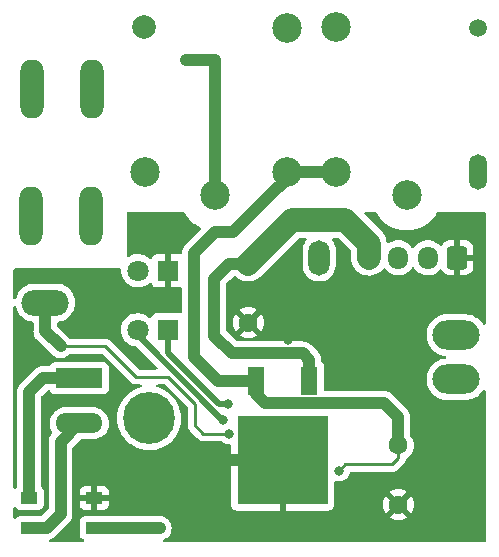
<source format=gbr>
G04 #@! TF.GenerationSoftware,KiCad,Pcbnew,(6.0.7)*
G04 #@! TF.CreationDate,2023-05-10T15:43:49+05:30*
G04 #@! TF.ProjectId,PS440V_to_5V,50533434-3056-45f7-946f-5f35562e6b69,rev?*
G04 #@! TF.SameCoordinates,Original*
G04 #@! TF.FileFunction,Copper,L1,Top*
G04 #@! TF.FilePolarity,Positive*
%FSLAX46Y46*%
G04 Gerber Fmt 4.6, Leading zero omitted, Abs format (unit mm)*
G04 Created by KiCad (PCBNEW (6.0.7)) date 2023-05-10 15:43:49*
%MOMM*%
%LPD*%
G01*
G04 APERTURE LIST*
G04 Aperture macros list*
%AMRoundRect*
0 Rectangle with rounded corners*
0 $1 Rounding radius*
0 $2 $3 $4 $5 $6 $7 $8 $9 X,Y pos of 4 corners*
0 Add a 4 corners polygon primitive as box body*
4,1,4,$2,$3,$4,$5,$6,$7,$8,$9,$2,$3,0*
0 Add four circle primitives for the rounded corners*
1,1,$1+$1,$2,$3*
1,1,$1+$1,$4,$5*
1,1,$1+$1,$6,$7*
1,1,$1+$1,$8,$9*
0 Add four rect primitives between the rounded corners*
20,1,$1+$1,$2,$3,$4,$5,0*
20,1,$1+$1,$4,$5,$6,$7,0*
20,1,$1+$1,$6,$7,$8,$9,0*
20,1,$1+$1,$8,$9,$2,$3,0*%
G04 Aperture macros list end*
G04 #@! TA.AperFunction,SMDPad,CuDef*
%ADD10R,1.400000X2.400000*%
G04 #@! TD*
G04 #@! TA.AperFunction,SMDPad,CuDef*
%ADD11R,7.700000X7.500000*%
G04 #@! TD*
G04 #@! TA.AperFunction,SMDPad,CuDef*
%ADD12R,1.450000X1.000000*%
G04 #@! TD*
G04 #@! TA.AperFunction,ComponentPad*
%ADD13R,1.800000X1.800000*%
G04 #@! TD*
G04 #@! TA.AperFunction,ComponentPad*
%ADD14C,1.800000*%
G04 #@! TD*
G04 #@! TA.AperFunction,ComponentPad*
%ADD15C,2.500000*%
G04 #@! TD*
G04 #@! TA.AperFunction,ComponentPad*
%ADD16O,1.500000X3.000000*%
G04 #@! TD*
G04 #@! TA.AperFunction,ComponentPad*
%ADD17C,1.500000*%
G04 #@! TD*
G04 #@! TA.AperFunction,ComponentPad*
%ADD18C,2.000000*%
G04 #@! TD*
G04 #@! TA.AperFunction,ComponentPad*
%ADD19O,2.000000X5.000000*%
G04 #@! TD*
G04 #@! TA.AperFunction,ComponentPad*
%ADD20R,4.000000X1.700000*%
G04 #@! TD*
G04 #@! TA.AperFunction,ComponentPad*
%ADD21O,4.000000X1.700000*%
G04 #@! TD*
G04 #@! TA.AperFunction,ComponentPad*
%ADD22C,1.600000*%
G04 #@! TD*
G04 #@! TA.AperFunction,ComponentPad*
%ADD23C,4.400000*%
G04 #@! TD*
G04 #@! TA.AperFunction,ComponentPad*
%ADD24RoundRect,0.250000X0.600000X0.725000X-0.600000X0.725000X-0.600000X-0.725000X0.600000X-0.725000X0*%
G04 #@! TD*
G04 #@! TA.AperFunction,ComponentPad*
%ADD25O,1.700000X1.950000*%
G04 #@! TD*
G04 #@! TA.AperFunction,ComponentPad*
%ADD26O,4.000000X2.200000*%
G04 #@! TD*
G04 #@! TA.AperFunction,ComponentPad*
%ADD27O,4.000000X2.500000*%
G04 #@! TD*
G04 #@! TA.AperFunction,ComponentPad*
%ADD28O,1.800000X3.000000*%
G04 #@! TD*
G04 #@! TA.AperFunction,ViaPad*
%ADD29C,0.800000*%
G04 #@! TD*
G04 #@! TA.AperFunction,Conductor*
%ADD30C,1.000000*%
G04 #@! TD*
G04 #@! TA.AperFunction,Conductor*
%ADD31C,0.500000*%
G04 #@! TD*
G04 #@! TA.AperFunction,Conductor*
%ADD32C,0.250000*%
G04 #@! TD*
G04 #@! TA.AperFunction,Conductor*
%ADD33C,2.000000*%
G04 #@! TD*
G04 APERTURE END LIST*
D10*
X135380000Y-117300000D03*
D11*
X133100000Y-124050000D03*
D10*
X130820000Y-117300000D03*
D12*
X117150000Y-129770000D03*
X117150000Y-127230000D03*
X111650000Y-127230000D03*
X111650000Y-129770000D03*
D13*
X123400000Y-108000000D03*
D14*
X120860000Y-108000000D03*
D15*
X143600000Y-101600000D03*
D16*
X149650000Y-99650000D03*
D17*
X149650000Y-87450000D03*
D15*
X137600000Y-87400000D03*
X137650000Y-99650000D03*
X127400000Y-101600000D03*
X133450000Y-99650000D03*
X133450000Y-87450000D03*
D18*
X121400000Y-87400000D03*
D15*
X121450000Y-99650000D03*
D19*
X116970000Y-92600000D03*
X111890000Y-92600000D03*
X111830000Y-103400000D03*
X116910000Y-103400000D03*
D20*
X115900000Y-117100000D03*
D21*
X115900000Y-120910000D03*
D13*
X123375000Y-113000000D03*
D14*
X120835000Y-113000000D03*
D22*
X130200000Y-107400000D03*
X130200000Y-112400000D03*
D23*
X121800000Y-120500000D03*
D24*
X147900000Y-106900000D03*
D25*
X145400000Y-106900000D03*
X142900000Y-106900000D03*
X140400000Y-106900000D03*
D26*
X113025000Y-110700000D03*
D27*
X147800000Y-113450000D03*
X147800000Y-117200000D03*
D22*
X142900000Y-122800000D03*
X142900000Y-127800000D03*
D28*
X136200000Y-106900000D03*
D29*
X144100000Y-116700000D03*
X144100000Y-115300000D03*
X149200000Y-119700000D03*
X149400000Y-124900000D03*
X128900001Y-117300002D03*
X129300000Y-130200000D03*
X130700000Y-130100000D03*
X137877131Y-124922869D03*
X118300000Y-111400000D03*
X118300000Y-110300000D03*
X125200000Y-90200000D03*
X126300000Y-90200000D03*
X119000000Y-127000000D03*
X116300000Y-124500000D03*
X115600000Y-113000000D03*
X137400000Y-114200000D03*
X119000000Y-125800000D03*
X120400000Y-125800000D03*
X117100000Y-113000000D03*
X117700000Y-124500000D03*
X117700000Y-123300000D03*
X119000000Y-124500000D03*
X119000000Y-123300000D03*
X124500000Y-129000000D03*
X120300000Y-124400000D03*
X138700000Y-114200000D03*
X135400000Y-112900000D03*
X144200000Y-125900000D03*
X120400000Y-127000000D03*
X116300000Y-123300000D03*
X134100000Y-112900000D03*
X124400000Y-130200000D03*
X133578718Y-113900500D03*
X138700000Y-112900000D03*
X136300000Y-114200000D03*
X127800000Y-130100000D03*
X121400000Y-129800000D03*
X120300000Y-129800000D03*
X119100000Y-129800000D03*
X122400000Y-129800000D03*
X128500000Y-119300000D03*
X128100000Y-120600000D03*
X127400000Y-90200000D03*
X128600000Y-121800000D03*
D30*
X120650000Y-124050000D02*
X120300000Y-124400000D01*
X133100000Y-124050000D02*
X120650000Y-124050000D01*
D31*
X128900000Y-117300000D02*
X128900001Y-117300002D01*
D30*
X128900000Y-117300000D02*
X127600000Y-117300000D01*
X130820000Y-117300000D02*
X128900000Y-117300000D01*
X127600000Y-117300000D02*
X126500000Y-116200000D01*
X126500000Y-116200000D02*
X125600000Y-115300000D01*
X127300000Y-113500000D02*
X127300000Y-112900000D01*
X128800000Y-115000000D02*
X127300000Y-113500000D01*
X134800000Y-115000000D02*
X128800000Y-115000000D01*
X135380000Y-115580000D02*
X134800000Y-115000000D01*
X135380000Y-117300000D02*
X135380000Y-115580000D01*
X127300000Y-112900000D02*
X127300000Y-108700000D01*
X142900000Y-120400000D02*
X142900000Y-122800000D01*
X131600000Y-119200000D02*
X141700000Y-119200000D01*
X141700000Y-119200000D02*
X142900000Y-120400000D01*
X130820000Y-118420000D02*
X131600000Y-119200000D01*
X130820000Y-117300000D02*
X130820000Y-118420000D01*
D32*
X142400000Y-124400000D02*
X142900000Y-123900000D01*
X138400000Y-124400000D02*
X142400000Y-124400000D01*
X142900000Y-123900000D02*
X142900000Y-122800000D01*
X137877131Y-124922869D02*
X138400000Y-124400000D01*
D30*
X127300000Y-108700000D02*
X128600000Y-107400000D01*
X128600000Y-107400000D02*
X130200000Y-107400000D01*
D31*
X127700000Y-119300000D02*
X128500000Y-119300000D01*
X123375000Y-113000000D02*
X123375000Y-114975000D01*
X123375000Y-114975000D02*
X127700000Y-119300000D01*
D30*
X127400000Y-96900000D02*
X127400000Y-101600000D01*
X125200000Y-90200000D02*
X124900000Y-90200000D01*
X126300000Y-90200000D02*
X125200000Y-90200000D01*
X127400000Y-90200000D02*
X126300000Y-90200000D01*
X113130000Y-129770000D02*
X114300000Y-128600000D01*
X114300000Y-128600000D02*
X114300000Y-122510000D01*
X111650000Y-129770000D02*
X113130000Y-129770000D01*
X114300000Y-122510000D02*
X115900000Y-120910000D01*
X111650000Y-127230000D02*
X111650000Y-118250000D01*
X112800000Y-117100000D02*
X115900000Y-117100000D01*
X111650000Y-118250000D02*
X112800000Y-117100000D01*
X117150000Y-129770000D02*
X122670000Y-129770000D01*
D33*
X138400000Y-103700000D02*
X140400000Y-105700000D01*
X133900000Y-103700000D02*
X138400000Y-103700000D01*
X130200000Y-107400000D02*
X133900000Y-103700000D01*
D30*
X122670000Y-129770000D02*
X122700000Y-129800000D01*
D33*
X140400000Y-105700000D02*
X140400000Y-106900000D01*
D31*
X128010756Y-120600000D02*
X128100000Y-120600000D01*
X120835000Y-113000000D02*
X120835000Y-113424244D01*
X120835000Y-113424244D02*
X128010756Y-120600000D01*
D30*
X133450000Y-100250000D02*
X133450000Y-99650000D01*
X132800000Y-100900000D02*
X133450000Y-100250000D01*
X125600000Y-115300000D02*
X125600000Y-106500000D01*
X125600000Y-106500000D02*
X127400000Y-104700000D01*
X128900000Y-104700000D02*
X132700000Y-100900000D01*
X133450000Y-99650000D02*
X137650000Y-99650000D01*
X132700000Y-100900000D02*
X132800000Y-100900000D01*
X127400000Y-104700000D02*
X128900000Y-104700000D01*
X127400000Y-90200000D02*
X127400000Y-96900000D01*
D32*
X118100000Y-114400000D02*
X120700000Y-117000000D01*
D30*
X113025000Y-113125000D02*
X114300000Y-114400000D01*
D32*
X125700000Y-119278488D02*
X125700000Y-121100000D01*
D30*
X113025000Y-110700000D02*
X113025000Y-113125000D01*
D32*
X125700000Y-121100000D02*
X126400000Y-121800000D01*
X120700000Y-117000000D02*
X123421512Y-117000000D01*
X126400000Y-121800000D02*
X128600000Y-121800000D01*
X114300000Y-114400000D02*
X118100000Y-114400000D01*
X123421512Y-117000000D02*
X125700000Y-119278488D01*
G04 #@! TA.AperFunction,Conductor*
G36*
X140956245Y-103021451D02*
G01*
X140995614Y-103061707D01*
X141140625Y-103298806D01*
X141140631Y-103298814D01*
X141142488Y-103301851D01*
X141144687Y-103304670D01*
X141144689Y-103304673D01*
X141315660Y-103523855D01*
X141351130Y-103569327D01*
X141353630Y-103571875D01*
X141353634Y-103571879D01*
X141377301Y-103595995D01*
X141588734Y-103811441D01*
X141591507Y-103813689D01*
X141591509Y-103813691D01*
X141621255Y-103837807D01*
X141852239Y-104025076D01*
X142138252Y-104207481D01*
X142141461Y-104209048D01*
X142141467Y-104209051D01*
X142439876Y-104354737D01*
X142443090Y-104356306D01*
X142762826Y-104469635D01*
X142909379Y-104503499D01*
X143089859Y-104545203D01*
X143089864Y-104545204D01*
X143093344Y-104546008D01*
X143096888Y-104546412D01*
X143096893Y-104546413D01*
X143426840Y-104584038D01*
X143426848Y-104584038D01*
X143430387Y-104584442D01*
X143769613Y-104584442D01*
X143773152Y-104584038D01*
X143773160Y-104584038D01*
X144103107Y-104546413D01*
X144103112Y-104546412D01*
X144106656Y-104546008D01*
X144110136Y-104545204D01*
X144110141Y-104545203D01*
X144290621Y-104503499D01*
X144437174Y-104469635D01*
X144756910Y-104356306D01*
X144760124Y-104354737D01*
X145058533Y-104209051D01*
X145058539Y-104209048D01*
X145061748Y-104207481D01*
X145347761Y-104025076D01*
X145578745Y-103837807D01*
X145608491Y-103813691D01*
X145608493Y-103813689D01*
X145611266Y-103811441D01*
X145822699Y-103595995D01*
X145846366Y-103571879D01*
X145846370Y-103571875D01*
X145848870Y-103569327D01*
X145884340Y-103523855D01*
X146055311Y-103304673D01*
X146055313Y-103304670D01*
X146057512Y-103301851D01*
X146059369Y-103298814D01*
X146059375Y-103298806D01*
X146204386Y-103061707D01*
X146256992Y-103014030D01*
X146311876Y-103001449D01*
X150165500Y-103001449D01*
X150233621Y-103021451D01*
X150280114Y-103075107D01*
X150291500Y-103127449D01*
X150291500Y-112476868D01*
X150271498Y-112544989D01*
X150217842Y-112591482D01*
X150147568Y-112601586D01*
X150082988Y-112572092D01*
X150060128Y-112545953D01*
X149951590Y-112380404D01*
X149951586Y-112380399D01*
X149949024Y-112376491D01*
X149774982Y-112181494D01*
X149574030Y-112014363D01*
X149492394Y-111964825D01*
X149354578Y-111881196D01*
X149354574Y-111881194D01*
X149350581Y-111878771D01*
X149109545Y-111777697D01*
X148856217Y-111713359D01*
X148851566Y-111712891D01*
X148851562Y-111712890D01*
X148642271Y-111691816D01*
X148639133Y-111691500D01*
X146983646Y-111691500D01*
X146981321Y-111691673D01*
X146981315Y-111691673D01*
X146794000Y-111705593D01*
X146793996Y-111705594D01*
X146789348Y-111705939D01*
X146784800Y-111706968D01*
X146784794Y-111706969D01*
X146601305Y-111748489D01*
X146534423Y-111763623D01*
X146530071Y-111765315D01*
X146530069Y-111765316D01*
X146295176Y-111856660D01*
X146295173Y-111856661D01*
X146290823Y-111858353D01*
X146063902Y-111988049D01*
X145858643Y-112149862D01*
X145679557Y-112340237D01*
X145584772Y-112476868D01*
X145537515Y-112544989D01*
X145530576Y-112554991D01*
X145528510Y-112559181D01*
X145528508Y-112559184D01*
X145427239Y-112764539D01*
X145414975Y-112789407D01*
X145413553Y-112793850D01*
X145413552Y-112793852D01*
X145358617Y-112965469D01*
X145335293Y-113038335D01*
X145293279Y-113296307D01*
X145292948Y-113321609D01*
X145290169Y-113533931D01*
X145289858Y-113557655D01*
X145325104Y-113816638D01*
X145398243Y-114067567D01*
X145507668Y-114304928D01*
X145510231Y-114308837D01*
X145648410Y-114519596D01*
X145648414Y-114519601D01*
X145650976Y-114523509D01*
X145825018Y-114718506D01*
X146025970Y-114885637D01*
X146055910Y-114903805D01*
X146245422Y-115018804D01*
X146245426Y-115018806D01*
X146249419Y-115021229D01*
X146490455Y-115122303D01*
X146743783Y-115186641D01*
X146748437Y-115187110D01*
X146748439Y-115187110D01*
X146797775Y-115192078D01*
X146868968Y-115199246D01*
X146934741Y-115225972D01*
X146975625Y-115284016D01*
X146978638Y-115354948D01*
X146942823Y-115416249D01*
X146879552Y-115448456D01*
X146865682Y-115450265D01*
X146794014Y-115455591D01*
X146793997Y-115455593D01*
X146789348Y-115455939D01*
X146784800Y-115456968D01*
X146784794Y-115456969D01*
X146598399Y-115499147D01*
X146534423Y-115513623D01*
X146530071Y-115515315D01*
X146530069Y-115515316D01*
X146295176Y-115606660D01*
X146295173Y-115606661D01*
X146290823Y-115608353D01*
X146063902Y-115738049D01*
X145858643Y-115899862D01*
X145679557Y-116090237D01*
X145584772Y-116226868D01*
X145537515Y-116294989D01*
X145530576Y-116304991D01*
X145528510Y-116309181D01*
X145528508Y-116309184D01*
X145473445Y-116420842D01*
X145414975Y-116539407D01*
X145335293Y-116788335D01*
X145293279Y-117046307D01*
X145289858Y-117307655D01*
X145325104Y-117566638D01*
X145326412Y-117571124D01*
X145326412Y-117571126D01*
X145335178Y-117601199D01*
X145398243Y-117817567D01*
X145507668Y-118054928D01*
X145510231Y-118058837D01*
X145648410Y-118269596D01*
X145648414Y-118269601D01*
X145650976Y-118273509D01*
X145726769Y-118358428D01*
X145810820Y-118452598D01*
X145825018Y-118468506D01*
X146025970Y-118635637D01*
X146029973Y-118638066D01*
X146245422Y-118768804D01*
X146245426Y-118768806D01*
X146249419Y-118771229D01*
X146490455Y-118872303D01*
X146743783Y-118936641D01*
X146748434Y-118937109D01*
X146748438Y-118937110D01*
X146913863Y-118953767D01*
X146960867Y-118958500D01*
X148616354Y-118958500D01*
X148618679Y-118958327D01*
X148618685Y-118958327D01*
X148806000Y-118944407D01*
X148806004Y-118944406D01*
X148810652Y-118944061D01*
X148815200Y-118943032D01*
X148815206Y-118943031D01*
X149001601Y-118900853D01*
X149065577Y-118886377D01*
X149101769Y-118872303D01*
X149304824Y-118793340D01*
X149304827Y-118793339D01*
X149309177Y-118791647D01*
X149349197Y-118768774D01*
X149434663Y-118719926D01*
X149536098Y-118661951D01*
X149741357Y-118500138D01*
X149920443Y-118309763D01*
X149945119Y-118274193D01*
X150061973Y-118105750D01*
X150117236Y-118061180D01*
X150187823Y-118053563D01*
X150251322Y-118085318D01*
X150287574Y-118146361D01*
X150291500Y-118177570D01*
X150291500Y-130865500D01*
X150271498Y-130933621D01*
X150217842Y-130980114D01*
X150165500Y-130991500D01*
X123097115Y-130991500D01*
X123028994Y-130971498D01*
X122982501Y-130917842D01*
X122972397Y-130847568D01*
X123001891Y-130782988D01*
X123061117Y-130744751D01*
X123070907Y-130741833D01*
X123076996Y-130740018D01*
X123076997Y-130740017D01*
X123082896Y-130738259D01*
X123257846Y-130646018D01*
X123286606Y-130622729D01*
X123406757Y-130525432D01*
X123406758Y-130525431D01*
X123411547Y-130521553D01*
X123423105Y-130507680D01*
X123534205Y-130374335D01*
X123534208Y-130374330D01*
X123538146Y-130369604D01*
X123632821Y-130195959D01*
X123691964Y-130007231D01*
X123713324Y-129810611D01*
X123696087Y-129613587D01*
X123640909Y-129423663D01*
X123549892Y-129248074D01*
X123493349Y-129177244D01*
X123455459Y-129129780D01*
X123455456Y-129129777D01*
X123453261Y-129127027D01*
X123426855Y-129100621D01*
X123417753Y-129090478D01*
X123397897Y-129065782D01*
X123394032Y-129060975D01*
X123355578Y-129028708D01*
X123351931Y-129025528D01*
X123350119Y-129023885D01*
X123347925Y-129021691D01*
X123314651Y-128994358D01*
X123313853Y-128993696D01*
X123242526Y-128933846D01*
X123237856Y-128931278D01*
X123233739Y-128927897D01*
X123157488Y-128887012D01*
X123155716Y-128886062D01*
X142178493Y-128886062D01*
X142187789Y-128898077D01*
X142238994Y-128933931D01*
X142248489Y-128939414D01*
X142445947Y-129031490D01*
X142456239Y-129035236D01*
X142666688Y-129091625D01*
X142677481Y-129093528D01*
X142894525Y-129112517D01*
X142905475Y-129112517D01*
X143122519Y-129093528D01*
X143133312Y-129091625D01*
X143343761Y-129035236D01*
X143354053Y-129031490D01*
X143551511Y-128939414D01*
X143561006Y-128933931D01*
X143613048Y-128897491D01*
X143621424Y-128887012D01*
X143614356Y-128873566D01*
X142912812Y-128172022D01*
X142898868Y-128164408D01*
X142897035Y-128164539D01*
X142890420Y-128168790D01*
X142184923Y-128874287D01*
X142178493Y-128886062D01*
X123155716Y-128886062D01*
X123151914Y-128884023D01*
X123150755Y-128883394D01*
X123074619Y-128841538D01*
X123074611Y-128841535D01*
X123069213Y-128838567D01*
X123064131Y-128836955D01*
X123059437Y-128834438D01*
X122970469Y-128807238D01*
X122969441Y-128806918D01*
X122880694Y-128778765D01*
X122875398Y-128778171D01*
X122870302Y-128776613D01*
X122777743Y-128767210D01*
X122776607Y-128767089D01*
X122742992Y-128763319D01*
X122730270Y-128761892D01*
X122730266Y-128761892D01*
X122726773Y-128761500D01*
X122723246Y-128761500D01*
X122722261Y-128761445D01*
X122716581Y-128760998D01*
X122687175Y-128758011D01*
X122679663Y-128757248D01*
X122679661Y-128757248D01*
X122673538Y-128756626D01*
X122631259Y-128760623D01*
X122627891Y-128760941D01*
X122616033Y-128761500D01*
X116376866Y-128761500D01*
X116373469Y-128761869D01*
X116370560Y-128762185D01*
X116314684Y-128768255D01*
X116178295Y-128819385D01*
X116061739Y-128906739D01*
X115974385Y-129023295D01*
X115923255Y-129159684D01*
X115916500Y-129221866D01*
X115916500Y-130318134D01*
X115923255Y-130380316D01*
X115974385Y-130516705D01*
X116061739Y-130633261D01*
X116178295Y-130720615D01*
X116186704Y-130723767D01*
X116186705Y-130723768D01*
X116250058Y-130747518D01*
X116306823Y-130790159D01*
X116331523Y-130856721D01*
X116316316Y-130926070D01*
X116266030Y-130976188D01*
X116205829Y-130991500D01*
X113426851Y-130991500D01*
X113358730Y-130971498D01*
X113312237Y-130917842D01*
X113302133Y-130847568D01*
X113331627Y-130782988D01*
X113390433Y-130744878D01*
X113415786Y-130737224D01*
X113416967Y-130736874D01*
X113500414Y-130712630D01*
X113500418Y-130712628D01*
X113506336Y-130710909D01*
X113511068Y-130708456D01*
X113516169Y-130706916D01*
X113578861Y-130673583D01*
X113598260Y-130663269D01*
X113599426Y-130662657D01*
X113676453Y-130622729D01*
X113681926Y-130619892D01*
X113686089Y-130616569D01*
X113690796Y-130614066D01*
X113762918Y-130555245D01*
X113763774Y-130554554D01*
X113802973Y-130523262D01*
X113805477Y-130520758D01*
X113806195Y-130520116D01*
X113810528Y-130516415D01*
X113844062Y-130489065D01*
X113873288Y-130453737D01*
X113881277Y-130444958D01*
X114969379Y-129356855D01*
X114979522Y-129347753D01*
X115004218Y-129327897D01*
X115009025Y-129324032D01*
X115041292Y-129285578D01*
X115044472Y-129281931D01*
X115046115Y-129280119D01*
X115048309Y-129277925D01*
X115075642Y-129244651D01*
X115076348Y-129243800D01*
X115076806Y-129243255D01*
X115136154Y-129172526D01*
X115138722Y-129167856D01*
X115142103Y-129163739D01*
X115178537Y-129095790D01*
X115185977Y-129081914D01*
X115186606Y-129080755D01*
X115228462Y-129004619D01*
X115228465Y-129004611D01*
X115231433Y-128999213D01*
X115233045Y-128994131D01*
X115235562Y-128989437D01*
X115262747Y-128900523D01*
X115263139Y-128899265D01*
X115289372Y-128816567D01*
X115291235Y-128810694D01*
X115291829Y-128805403D01*
X115293388Y-128800302D01*
X115302790Y-128707737D01*
X115302925Y-128706470D01*
X115308108Y-128660270D01*
X115308108Y-128660265D01*
X115308500Y-128656773D01*
X115308500Y-128653248D01*
X115308555Y-128652263D01*
X115309004Y-128646559D01*
X115312752Y-128609666D01*
X115312752Y-128609661D01*
X115313374Y-128603538D01*
X115309059Y-128557891D01*
X115308500Y-128546033D01*
X115308500Y-127774669D01*
X115917001Y-127774669D01*
X115917371Y-127781490D01*
X115922895Y-127832352D01*
X115926521Y-127847604D01*
X115971676Y-127968054D01*
X115980214Y-127983649D01*
X116056715Y-128085724D01*
X116069276Y-128098285D01*
X116171351Y-128174786D01*
X116186946Y-128183324D01*
X116307394Y-128228478D01*
X116322649Y-128232105D01*
X116373514Y-128237631D01*
X116380328Y-128238000D01*
X116877885Y-128238000D01*
X116893124Y-128233525D01*
X116894329Y-128232135D01*
X116896000Y-128224452D01*
X116896000Y-128219884D01*
X117404000Y-128219884D01*
X117408475Y-128235123D01*
X117409865Y-128236328D01*
X117417548Y-128237999D01*
X117919669Y-128237999D01*
X117926490Y-128237629D01*
X117977352Y-128232105D01*
X117992604Y-128228479D01*
X118113054Y-128183324D01*
X118128649Y-128174786D01*
X118230724Y-128098285D01*
X118243285Y-128085724D01*
X118319786Y-127983649D01*
X118328324Y-127968054D01*
X118373478Y-127847606D01*
X118374176Y-127844669D01*
X128742001Y-127844669D01*
X128742371Y-127851490D01*
X128747895Y-127902352D01*
X128751521Y-127917604D01*
X128796676Y-128038054D01*
X128805214Y-128053649D01*
X128881715Y-128155724D01*
X128894276Y-128168285D01*
X128996351Y-128244786D01*
X129011946Y-128253324D01*
X129132394Y-128298478D01*
X129147649Y-128302105D01*
X129198514Y-128307631D01*
X129205328Y-128308000D01*
X132827885Y-128308000D01*
X132843124Y-128303525D01*
X132844329Y-128302135D01*
X132846000Y-128294452D01*
X132846000Y-124322115D01*
X132841525Y-124306876D01*
X132840135Y-124305671D01*
X132832452Y-124304000D01*
X128760116Y-124304000D01*
X128744877Y-124308475D01*
X128743672Y-124309865D01*
X128742001Y-124317548D01*
X128742001Y-127844669D01*
X118374176Y-127844669D01*
X118377105Y-127832351D01*
X118382631Y-127781486D01*
X118383000Y-127774672D01*
X118383000Y-127502115D01*
X118378525Y-127486876D01*
X118377135Y-127485671D01*
X118369452Y-127484000D01*
X117422115Y-127484000D01*
X117406876Y-127488475D01*
X117405671Y-127489865D01*
X117404000Y-127497548D01*
X117404000Y-128219884D01*
X116896000Y-128219884D01*
X116896000Y-127502115D01*
X116891525Y-127486876D01*
X116890135Y-127485671D01*
X116882452Y-127484000D01*
X115935116Y-127484000D01*
X115919877Y-127488475D01*
X115918672Y-127489865D01*
X115917001Y-127497548D01*
X115917001Y-127774669D01*
X115308500Y-127774669D01*
X115308500Y-126957885D01*
X115917000Y-126957885D01*
X115921475Y-126973124D01*
X115922865Y-126974329D01*
X115930548Y-126976000D01*
X116877885Y-126976000D01*
X116893124Y-126971525D01*
X116894329Y-126970135D01*
X116896000Y-126962452D01*
X116896000Y-126957885D01*
X117404000Y-126957885D01*
X117408475Y-126973124D01*
X117409865Y-126974329D01*
X117417548Y-126976000D01*
X118364884Y-126976000D01*
X118380123Y-126971525D01*
X118381328Y-126970135D01*
X118382999Y-126962452D01*
X118382999Y-126685331D01*
X118382629Y-126678510D01*
X118377105Y-126627648D01*
X118373479Y-126612396D01*
X118328324Y-126491946D01*
X118319786Y-126476351D01*
X118243285Y-126374276D01*
X118230724Y-126361715D01*
X118128649Y-126285214D01*
X118113054Y-126276676D01*
X117992606Y-126231522D01*
X117977351Y-126227895D01*
X117926486Y-126222369D01*
X117919672Y-126222000D01*
X117422115Y-126222000D01*
X117406876Y-126226475D01*
X117405671Y-126227865D01*
X117404000Y-126235548D01*
X117404000Y-126957885D01*
X116896000Y-126957885D01*
X116896000Y-126240116D01*
X116891525Y-126224877D01*
X116890135Y-126223672D01*
X116882452Y-126222001D01*
X116380331Y-126222001D01*
X116373510Y-126222371D01*
X116322648Y-126227895D01*
X116307396Y-126231521D01*
X116186946Y-126276676D01*
X116171351Y-126285214D01*
X116069276Y-126361715D01*
X116056715Y-126374276D01*
X115980214Y-126476351D01*
X115971676Y-126491946D01*
X115926522Y-126612394D01*
X115922895Y-126627649D01*
X115917369Y-126678514D01*
X115917000Y-126685328D01*
X115917000Y-126957885D01*
X115308500Y-126957885D01*
X115308500Y-122979926D01*
X115328502Y-122911805D01*
X115345404Y-122890831D01*
X115930829Y-122305405D01*
X115993142Y-122271380D01*
X116019925Y-122268500D01*
X117107890Y-122268500D01*
X117174809Y-122262822D01*
X117274409Y-122254371D01*
X117274413Y-122254370D01*
X117279720Y-122253920D01*
X117284875Y-122252582D01*
X117284881Y-122252581D01*
X117497703Y-122197343D01*
X117497707Y-122197342D01*
X117502872Y-122196001D01*
X117507738Y-122193809D01*
X117507741Y-122193808D01*
X117667491Y-122121846D01*
X117713075Y-122101312D01*
X117904319Y-121972559D01*
X117930562Y-121947525D01*
X117977536Y-121902713D01*
X118071135Y-121813424D01*
X118208754Y-121628458D01*
X118313240Y-121422949D01*
X118316009Y-121414034D01*
X118380024Y-121207871D01*
X118381607Y-121202773D01*
X118392628Y-121119619D01*
X118411198Y-120979511D01*
X118411198Y-120979506D01*
X118411898Y-120974226D01*
X118403249Y-120743842D01*
X118355907Y-120518209D01*
X118335998Y-120467796D01*
X118273185Y-120308744D01*
X118273184Y-120308742D01*
X118271224Y-120303779D01*
X118220317Y-120219886D01*
X118156220Y-120114259D01*
X118151623Y-120106683D01*
X118090421Y-120036154D01*
X118004023Y-119936588D01*
X118004021Y-119936586D01*
X118000523Y-119932555D01*
X117929366Y-119874210D01*
X117826373Y-119789760D01*
X117826367Y-119789756D01*
X117822245Y-119786376D01*
X117817609Y-119783737D01*
X117817606Y-119783735D01*
X117626529Y-119674968D01*
X117621886Y-119672325D01*
X117405175Y-119593663D01*
X117399926Y-119592714D01*
X117399923Y-119592713D01*
X117182392Y-119553377D01*
X117182385Y-119553376D01*
X117178308Y-119552639D01*
X117160586Y-119551803D01*
X117155644Y-119551570D01*
X117155637Y-119551570D01*
X117154156Y-119551500D01*
X114692110Y-119551500D01*
X114625191Y-119557178D01*
X114525591Y-119565629D01*
X114525587Y-119565630D01*
X114520280Y-119566080D01*
X114515125Y-119567418D01*
X114515119Y-119567419D01*
X114302297Y-119622657D01*
X114302293Y-119622658D01*
X114297128Y-119623999D01*
X114292262Y-119626191D01*
X114292259Y-119626192D01*
X114183980Y-119674968D01*
X114086925Y-119718688D01*
X113895681Y-119847441D01*
X113891824Y-119851120D01*
X113891822Y-119851122D01*
X113822464Y-119917287D01*
X113728865Y-120006576D01*
X113725682Y-120010854D01*
X113719674Y-120018929D01*
X113591246Y-120191542D01*
X113588830Y-120196293D01*
X113588828Y-120196297D01*
X113570933Y-120231494D01*
X113486760Y-120397051D01*
X113485178Y-120402145D01*
X113485177Y-120402148D01*
X113437844Y-120554586D01*
X113418393Y-120617227D01*
X113417692Y-120622516D01*
X113394466Y-120797759D01*
X113388102Y-120845774D01*
X113396751Y-121076158D01*
X113444093Y-121301791D01*
X113446051Y-121306750D01*
X113446052Y-121306752D01*
X113525720Y-121508482D01*
X113528776Y-121516221D01*
X113531546Y-121520785D01*
X113531547Y-121520788D01*
X113603100Y-121638704D01*
X113621339Y-121707317D01*
X113599588Y-121774900D01*
X113590598Y-121785652D01*
X113590975Y-121785968D01*
X113558709Y-121824421D01*
X113555528Y-121828069D01*
X113553885Y-121829881D01*
X113551691Y-121832075D01*
X113524358Y-121865349D01*
X113523696Y-121866147D01*
X113463846Y-121937474D01*
X113461278Y-121942144D01*
X113457897Y-121946261D01*
X113434483Y-121989928D01*
X113414023Y-122028086D01*
X113413394Y-122029245D01*
X113371538Y-122105381D01*
X113371535Y-122105389D01*
X113368567Y-122110787D01*
X113366955Y-122115869D01*
X113364438Y-122120563D01*
X113337238Y-122209531D01*
X113336918Y-122210559D01*
X113308765Y-122299306D01*
X113308171Y-122304602D01*
X113306613Y-122309698D01*
X113298081Y-122393695D01*
X113297218Y-122402187D01*
X113297089Y-122403393D01*
X113291500Y-122453227D01*
X113291500Y-122456754D01*
X113291445Y-122457739D01*
X113290998Y-122463419D01*
X113286626Y-122506462D01*
X113287206Y-122512593D01*
X113290941Y-122552109D01*
X113291500Y-122563967D01*
X113291500Y-128130074D01*
X113271498Y-128198195D01*
X113254596Y-128219169D01*
X112749171Y-128724595D01*
X112686858Y-128758620D01*
X112660075Y-128761500D01*
X110876866Y-128761500D01*
X110873469Y-128761869D01*
X110870560Y-128762185D01*
X110814684Y-128768255D01*
X110678295Y-128819385D01*
X110561739Y-128906739D01*
X110537251Y-128939414D01*
X110535326Y-128941982D01*
X110478467Y-128984497D01*
X110407649Y-128989523D01*
X110345355Y-128955463D01*
X110311365Y-128893132D01*
X110308500Y-128866417D01*
X110308500Y-128133583D01*
X110328502Y-128065462D01*
X110382158Y-128018969D01*
X110452432Y-128008865D01*
X110517012Y-128038359D01*
X110535325Y-128058017D01*
X110561739Y-128093261D01*
X110678295Y-128180615D01*
X110814684Y-128231745D01*
X110876866Y-128238500D01*
X111590127Y-128238500D01*
X111603297Y-128239190D01*
X111636796Y-128242711D01*
X111636798Y-128242711D01*
X111642925Y-128243355D01*
X111690570Y-128239019D01*
X111701990Y-128238500D01*
X112423134Y-128238500D01*
X112485316Y-128231745D01*
X112621705Y-128180615D01*
X112738261Y-128093261D01*
X112825615Y-127976705D01*
X112876745Y-127840316D01*
X112883500Y-127778134D01*
X112883500Y-126681866D01*
X112876745Y-126619684D01*
X112825615Y-126483295D01*
X112738261Y-126366739D01*
X112708933Y-126344759D01*
X112666420Y-126287900D01*
X112658500Y-126243934D01*
X112658500Y-118719926D01*
X112678502Y-118651805D01*
X112695404Y-118630831D01*
X113180829Y-118145405D01*
X113243142Y-118111380D01*
X113269925Y-118108500D01*
X113328991Y-118108500D01*
X113397112Y-118128502D01*
X113443605Y-118182158D01*
X113445903Y-118187694D01*
X113446232Y-118188296D01*
X113449385Y-118196705D01*
X113536739Y-118313261D01*
X113653295Y-118400615D01*
X113789684Y-118451745D01*
X113851866Y-118458500D01*
X117948134Y-118458500D01*
X118010316Y-118451745D01*
X118146705Y-118400615D01*
X118263261Y-118313261D01*
X118350615Y-118196705D01*
X118401745Y-118060316D01*
X118408500Y-117998134D01*
X118408500Y-116201866D01*
X118401745Y-116139684D01*
X118350615Y-116003295D01*
X118263261Y-115886739D01*
X118146705Y-115799385D01*
X118010316Y-115748255D01*
X117948134Y-115741500D01*
X113851866Y-115741500D01*
X113789684Y-115748255D01*
X113653295Y-115799385D01*
X113536739Y-115886739D01*
X113449385Y-116003295D01*
X113446233Y-116011703D01*
X113441923Y-116019575D01*
X113440259Y-116018664D01*
X113404337Y-116066490D01*
X113337776Y-116091193D01*
X113328991Y-116091500D01*
X112861850Y-116091500D01*
X112848242Y-116090763D01*
X112843400Y-116090237D01*
X112810612Y-116086675D01*
X112760570Y-116091053D01*
X112755788Y-116091379D01*
X112753310Y-116091500D01*
X112750231Y-116091500D01*
X112747177Y-116091799D01*
X112747166Y-116091800D01*
X112707529Y-116095687D01*
X112706215Y-116095809D01*
X112670688Y-116098917D01*
X112613587Y-116103913D01*
X112608468Y-116105400D01*
X112603167Y-116105920D01*
X112514166Y-116132791D01*
X112513033Y-116133126D01*
X112429586Y-116157370D01*
X112429582Y-116157372D01*
X112423664Y-116159091D01*
X112418932Y-116161544D01*
X112413831Y-116163084D01*
X112408388Y-116165978D01*
X112331740Y-116206731D01*
X112330574Y-116207343D01*
X112279880Y-116233621D01*
X112248074Y-116250108D01*
X112243911Y-116253431D01*
X112239204Y-116255934D01*
X112234429Y-116259828D01*
X112234428Y-116259829D01*
X112167102Y-116314739D01*
X112166075Y-116315567D01*
X112129792Y-116344531D01*
X112129787Y-116344536D01*
X112127028Y-116346738D01*
X112124527Y-116349239D01*
X112123809Y-116349881D01*
X112119461Y-116353594D01*
X112085938Y-116380935D01*
X112082015Y-116385677D01*
X112082013Y-116385679D01*
X112056703Y-116416273D01*
X112048713Y-116425053D01*
X110980621Y-117493145D01*
X110970478Y-117502247D01*
X110940975Y-117525968D01*
X110918493Y-117552761D01*
X110908709Y-117564421D01*
X110905528Y-117568069D01*
X110903885Y-117569881D01*
X110901691Y-117572075D01*
X110874358Y-117605349D01*
X110873696Y-117606147D01*
X110813846Y-117677474D01*
X110811278Y-117682144D01*
X110807897Y-117686261D01*
X110776860Y-117744145D01*
X110764023Y-117768086D01*
X110763394Y-117769245D01*
X110721538Y-117845381D01*
X110721535Y-117845389D01*
X110718567Y-117850787D01*
X110716955Y-117855869D01*
X110714438Y-117860563D01*
X110687238Y-117949531D01*
X110686918Y-117950559D01*
X110658765Y-118039306D01*
X110658171Y-118044602D01*
X110656613Y-118049698D01*
X110655535Y-118060316D01*
X110647218Y-118142187D01*
X110647089Y-118143393D01*
X110643937Y-118171498D01*
X110642121Y-118187694D01*
X110641500Y-118193227D01*
X110641500Y-118196754D01*
X110641445Y-118197739D01*
X110640998Y-118203419D01*
X110636626Y-118246462D01*
X110639513Y-118277001D01*
X110640941Y-118292109D01*
X110641500Y-118303967D01*
X110641500Y-126243934D01*
X110621498Y-126312055D01*
X110591068Y-126344758D01*
X110561739Y-126366739D01*
X110556358Y-126373919D01*
X110535326Y-126401982D01*
X110478467Y-126444497D01*
X110407649Y-126449523D01*
X110345355Y-126415463D01*
X110311365Y-126353132D01*
X110308500Y-126326417D01*
X110308500Y-111088566D01*
X110328502Y-111020445D01*
X110382158Y-110973952D01*
X110452432Y-110963848D01*
X110517012Y-110993342D01*
X110557019Y-111059152D01*
X110590495Y-111198591D01*
X110592388Y-111203162D01*
X110592389Y-111203164D01*
X110643151Y-111325713D01*
X110687384Y-111432502D01*
X110819672Y-111648376D01*
X110984102Y-111840898D01*
X111176624Y-112005328D01*
X111392498Y-112137616D01*
X111397068Y-112139509D01*
X111397072Y-112139511D01*
X111621836Y-112232611D01*
X111626409Y-112234505D01*
X111711032Y-112254821D01*
X111867784Y-112292454D01*
X111867790Y-112292455D01*
X111872597Y-112293609D01*
X111900387Y-112295796D01*
X111966727Y-112321081D01*
X112008867Y-112378219D01*
X112016500Y-112421408D01*
X112016500Y-113063157D01*
X112015763Y-113076764D01*
X112011676Y-113114388D01*
X112012213Y-113120523D01*
X112016050Y-113164388D01*
X112016379Y-113169214D01*
X112016500Y-113171686D01*
X112016500Y-113174769D01*
X112016801Y-113177837D01*
X112020690Y-113217506D01*
X112020812Y-113218819D01*
X112028913Y-113311413D01*
X112030400Y-113316532D01*
X112030920Y-113321833D01*
X112057791Y-113410834D01*
X112058126Y-113411967D01*
X112076023Y-113473566D01*
X112084091Y-113501336D01*
X112086544Y-113506068D01*
X112088084Y-113511169D01*
X112090978Y-113516612D01*
X112131731Y-113593260D01*
X112132343Y-113594426D01*
X112154535Y-113637237D01*
X112175108Y-113676926D01*
X112178431Y-113681089D01*
X112180934Y-113685796D01*
X112239755Y-113757918D01*
X112240446Y-113758774D01*
X112271738Y-113797973D01*
X112274242Y-113800477D01*
X112274884Y-113801195D01*
X112278585Y-113805528D01*
X112305935Y-113839062D01*
X112310682Y-113842989D01*
X112310684Y-113842991D01*
X112341262Y-113868287D01*
X112350042Y-113876277D01*
X113622075Y-115148309D01*
X113736261Y-115242102D01*
X113910563Y-115335562D01*
X113973971Y-115354948D01*
X114093800Y-115391584D01*
X114093802Y-115391584D01*
X114099698Y-115393387D01*
X114157551Y-115399264D01*
X114290334Y-115412752D01*
X114290339Y-115412752D01*
X114296462Y-115413374D01*
X114420525Y-115401646D01*
X114487229Y-115395341D01*
X114487231Y-115395341D01*
X114493362Y-115394761D01*
X114589893Y-115365984D01*
X114676993Y-115340019D01*
X114676995Y-115340018D01*
X114682896Y-115338259D01*
X114857846Y-115246018D01*
X114867516Y-115238188D01*
X115006757Y-115125432D01*
X115006758Y-115125431D01*
X115011547Y-115121553D01*
X115047129Y-115078846D01*
X115106101Y-115039314D01*
X115143933Y-115033500D01*
X117785406Y-115033500D01*
X117853527Y-115053502D01*
X117874501Y-115070405D01*
X120196343Y-117392247D01*
X120203887Y-117400537D01*
X120208000Y-117407018D01*
X120213777Y-117412443D01*
X120257667Y-117453658D01*
X120260509Y-117456413D01*
X120280230Y-117476134D01*
X120283425Y-117478612D01*
X120292447Y-117486318D01*
X120324679Y-117516586D01*
X120335858Y-117522732D01*
X120342432Y-117526346D01*
X120358956Y-117537199D01*
X120374959Y-117549613D01*
X120415543Y-117567176D01*
X120426173Y-117572383D01*
X120464940Y-117593695D01*
X120472617Y-117595666D01*
X120472622Y-117595668D01*
X120484558Y-117598732D01*
X120503266Y-117605137D01*
X120521855Y-117613181D01*
X120529683Y-117614421D01*
X120529690Y-117614423D01*
X120565524Y-117620099D01*
X120577144Y-117622505D01*
X120612289Y-117631528D01*
X120619970Y-117633500D01*
X120640224Y-117633500D01*
X120659934Y-117635051D01*
X120679943Y-117638220D01*
X120687835Y-117637474D01*
X120723961Y-117634059D01*
X120735819Y-117633500D01*
X121069106Y-117633500D01*
X121137227Y-117653502D01*
X121183720Y-117707158D01*
X121193824Y-117777432D01*
X121164330Y-117842012D01*
X121105840Y-117880027D01*
X120874146Y-117950642D01*
X120854167Y-117956731D01*
X120555477Y-118088781D01*
X120463504Y-118143499D01*
X120278074Y-118253817D01*
X120278068Y-118253821D01*
X120274814Y-118255757D01*
X120271812Y-118258073D01*
X120024374Y-118448971D01*
X120016244Y-118455243D01*
X119961756Y-118508882D01*
X119806264Y-118661951D01*
X119783513Y-118684347D01*
X119781149Y-118687314D01*
X119781146Y-118687317D01*
X119589001Y-118928444D01*
X119579991Y-118939751D01*
X119408626Y-119217757D01*
X119271902Y-119514336D01*
X119270741Y-119517940D01*
X119270741Y-119517941D01*
X119259862Y-119551725D01*
X119171797Y-119825192D01*
X119171079Y-119828903D01*
X119171078Y-119828907D01*
X119110482Y-120142105D01*
X119110481Y-120142114D01*
X119109763Y-120145824D01*
X119109496Y-120149600D01*
X119109495Y-120149605D01*
X119091053Y-120410072D01*
X119086698Y-120471585D01*
X119102936Y-120797759D01*
X119103577Y-120801490D01*
X119103578Y-120801498D01*
X119156581Y-121109958D01*
X119158241Y-121119619D01*
X119159329Y-121123258D01*
X119159330Y-121123261D01*
X119250600Y-121428444D01*
X119251814Y-121432504D01*
X119253327Y-121435975D01*
X119253329Y-121435981D01*
X119309692Y-121565298D01*
X119382297Y-121731881D01*
X119384220Y-121735152D01*
X119384222Y-121735156D01*
X119438843Y-121828069D01*
X119547802Y-122013414D01*
X119550103Y-122016429D01*
X119743631Y-122270012D01*
X119743636Y-122270017D01*
X119745931Y-122273025D01*
X119807931Y-122336670D01*
X119950232Y-122482745D01*
X119973814Y-122506953D01*
X120081641Y-122593803D01*
X120225196Y-122709431D01*
X120225201Y-122709435D01*
X120228149Y-122711809D01*
X120505253Y-122884627D01*
X120801112Y-123022903D01*
X121111440Y-123124634D01*
X121431742Y-123188346D01*
X121435514Y-123188633D01*
X121435522Y-123188634D01*
X121753602Y-123212829D01*
X121753607Y-123212829D01*
X121757379Y-123213116D01*
X122083633Y-123198586D01*
X122143425Y-123188634D01*
X122402037Y-123145590D01*
X122402042Y-123145589D01*
X122405778Y-123144967D01*
X122719149Y-123053034D01*
X122722616Y-123051544D01*
X122722620Y-123051543D01*
X123015721Y-122925616D01*
X123015723Y-122925615D01*
X123019205Y-122924119D01*
X123301601Y-122760091D01*
X123562245Y-122563324D01*
X123726338Y-122405138D01*
X123794632Y-122339303D01*
X123794635Y-122339300D01*
X123797363Y-122336670D01*
X123972257Y-122121846D01*
X124001155Y-122086351D01*
X124001158Y-122086347D01*
X124003549Y-122083410D01*
X124075813Y-121968878D01*
X124175788Y-121810428D01*
X124175790Y-121810425D01*
X124177815Y-121807215D01*
X124317638Y-121512084D01*
X124319774Y-121505683D01*
X124419790Y-121205897D01*
X124419792Y-121205891D01*
X124420992Y-121202293D01*
X124486381Y-120882329D01*
X124489355Y-120845774D01*
X124512674Y-120559061D01*
X124512856Y-120556826D01*
X124513451Y-120500000D01*
X124511510Y-120467796D01*
X124494026Y-120177793D01*
X124494026Y-120177789D01*
X124493798Y-120174015D01*
X124488650Y-120145824D01*
X124435805Y-119856473D01*
X124435804Y-119856469D01*
X124435125Y-119852751D01*
X124432560Y-119844488D01*
X124364096Y-119623999D01*
X124338282Y-119540863D01*
X124204670Y-119242869D01*
X124036226Y-118963084D01*
X124033899Y-118960100D01*
X124033894Y-118960093D01*
X123837726Y-118708558D01*
X123837724Y-118708556D01*
X123835390Y-118705563D01*
X123605070Y-118474034D01*
X123348603Y-118271852D01*
X123069705Y-118101945D01*
X123066261Y-118100379D01*
X123066257Y-118100377D01*
X122919029Y-118033437D01*
X122772414Y-117966775D01*
X122496878Y-117879635D01*
X122437960Y-117840023D01*
X122409810Y-117774846D01*
X122421367Y-117704796D01*
X122468960Y-117652115D01*
X122534872Y-117633500D01*
X123106918Y-117633500D01*
X123175039Y-117653502D01*
X123196013Y-117670405D01*
X125029595Y-119503987D01*
X125063621Y-119566299D01*
X125066500Y-119593082D01*
X125066500Y-121021233D01*
X125065973Y-121032416D01*
X125064298Y-121039909D01*
X125064547Y-121047835D01*
X125064547Y-121047836D01*
X125066438Y-121107986D01*
X125066500Y-121111945D01*
X125066500Y-121139856D01*
X125066997Y-121143790D01*
X125066997Y-121143791D01*
X125067005Y-121143856D01*
X125067938Y-121155693D01*
X125069327Y-121199889D01*
X125074978Y-121219339D01*
X125078987Y-121238700D01*
X125081526Y-121258797D01*
X125084445Y-121266168D01*
X125084445Y-121266170D01*
X125097804Y-121299912D01*
X125101649Y-121311142D01*
X125113982Y-121353593D01*
X125118015Y-121360412D01*
X125118017Y-121360417D01*
X125124293Y-121371028D01*
X125132988Y-121388776D01*
X125140448Y-121407617D01*
X125145110Y-121414033D01*
X125145110Y-121414034D01*
X125166436Y-121443387D01*
X125172952Y-121453307D01*
X125195458Y-121491362D01*
X125209779Y-121505683D01*
X125222619Y-121520716D01*
X125234528Y-121537107D01*
X125240634Y-121542158D01*
X125268605Y-121565298D01*
X125277384Y-121573288D01*
X125896343Y-122192247D01*
X125903887Y-122200537D01*
X125908000Y-122207018D01*
X125913777Y-122212443D01*
X125957667Y-122253658D01*
X125960509Y-122256413D01*
X125980230Y-122276134D01*
X125983425Y-122278612D01*
X125992447Y-122286318D01*
X126024679Y-122316586D01*
X126031628Y-122320406D01*
X126042432Y-122326346D01*
X126058956Y-122337199D01*
X126074959Y-122349613D01*
X126115543Y-122367176D01*
X126126173Y-122372383D01*
X126164940Y-122393695D01*
X126172617Y-122395666D01*
X126172622Y-122395668D01*
X126184558Y-122398732D01*
X126203266Y-122405137D01*
X126221855Y-122413181D01*
X126229680Y-122414420D01*
X126229682Y-122414421D01*
X126265519Y-122420097D01*
X126277140Y-122422504D01*
X126312289Y-122431528D01*
X126319970Y-122433500D01*
X126340231Y-122433500D01*
X126359940Y-122435051D01*
X126379943Y-122438219D01*
X126387835Y-122437473D01*
X126393062Y-122436979D01*
X126423954Y-122434059D01*
X126435811Y-122433500D01*
X127891800Y-122433500D01*
X127959921Y-122453502D01*
X127979147Y-122469843D01*
X127979420Y-122469540D01*
X127984332Y-122473963D01*
X127988747Y-122478866D01*
X127994086Y-122482745D01*
X128116815Y-122571913D01*
X128143248Y-122591118D01*
X128149276Y-122593802D01*
X128149278Y-122593803D01*
X128311681Y-122666109D01*
X128317712Y-122668794D01*
X128411113Y-122688647D01*
X128498056Y-122707128D01*
X128498061Y-122707128D01*
X128504513Y-122708500D01*
X128616000Y-122708500D01*
X128684121Y-122728502D01*
X128730614Y-122782158D01*
X128742000Y-122834500D01*
X128742000Y-123777885D01*
X128746475Y-123793124D01*
X128747865Y-123794329D01*
X128755548Y-123796000D01*
X133228000Y-123796000D01*
X133296121Y-123816002D01*
X133342614Y-123869658D01*
X133354000Y-123922000D01*
X133354000Y-128289884D01*
X133358475Y-128305123D01*
X133359865Y-128306328D01*
X133367548Y-128307999D01*
X136994669Y-128307999D01*
X137001490Y-128307629D01*
X137052352Y-128302105D01*
X137067604Y-128298479D01*
X137188054Y-128253324D01*
X137203649Y-128244786D01*
X137305724Y-128168285D01*
X137318285Y-128155724D01*
X137394786Y-128053649D01*
X137403324Y-128038054D01*
X137448478Y-127917606D01*
X137452105Y-127902351D01*
X137457631Y-127851486D01*
X137458000Y-127844672D01*
X137458000Y-127805475D01*
X141587483Y-127805475D01*
X141606472Y-128022519D01*
X141608375Y-128033312D01*
X141664764Y-128243761D01*
X141668510Y-128254053D01*
X141760586Y-128451511D01*
X141766069Y-128461006D01*
X141802509Y-128513048D01*
X141812988Y-128521424D01*
X141826434Y-128514356D01*
X142527978Y-127812812D01*
X142534356Y-127801132D01*
X143264408Y-127801132D01*
X143264539Y-127802965D01*
X143268790Y-127809580D01*
X143974287Y-128515077D01*
X143986062Y-128521507D01*
X143998077Y-128512211D01*
X144033931Y-128461006D01*
X144039414Y-128451511D01*
X144131490Y-128254053D01*
X144135236Y-128243761D01*
X144191625Y-128033312D01*
X144193528Y-128022519D01*
X144212517Y-127805475D01*
X144212517Y-127794525D01*
X144193528Y-127577481D01*
X144191625Y-127566688D01*
X144135236Y-127356239D01*
X144131490Y-127345947D01*
X144039414Y-127148489D01*
X144033931Y-127138994D01*
X143997491Y-127086952D01*
X143987012Y-127078576D01*
X143973566Y-127085644D01*
X143272022Y-127787188D01*
X143264408Y-127801132D01*
X142534356Y-127801132D01*
X142535592Y-127798868D01*
X142535461Y-127797035D01*
X142531210Y-127790420D01*
X141825713Y-127084923D01*
X141813938Y-127078493D01*
X141801923Y-127087789D01*
X141766069Y-127138994D01*
X141760586Y-127148489D01*
X141668510Y-127345947D01*
X141664764Y-127356239D01*
X141608375Y-127566688D01*
X141606472Y-127577481D01*
X141587483Y-127794525D01*
X141587483Y-127805475D01*
X137458000Y-127805475D01*
X137458000Y-126712988D01*
X142178576Y-126712988D01*
X142185644Y-126726434D01*
X142887188Y-127427978D01*
X142901132Y-127435592D01*
X142902965Y-127435461D01*
X142909580Y-127431210D01*
X143615077Y-126725713D01*
X143621507Y-126713938D01*
X143612211Y-126701923D01*
X143561006Y-126666069D01*
X143551511Y-126660586D01*
X143354053Y-126568510D01*
X143343761Y-126564764D01*
X143133312Y-126508375D01*
X143122519Y-126506472D01*
X142905475Y-126487483D01*
X142894525Y-126487483D01*
X142677481Y-126506472D01*
X142666688Y-126508375D01*
X142456239Y-126564764D01*
X142445947Y-126568510D01*
X142248489Y-126660586D01*
X142238994Y-126666069D01*
X142186952Y-126702509D01*
X142178576Y-126712988D01*
X137458000Y-126712988D01*
X137458000Y-125918174D01*
X137478002Y-125850053D01*
X137531658Y-125803560D01*
X137601932Y-125793456D01*
X137610197Y-125794927D01*
X137775187Y-125829997D01*
X137775192Y-125829997D01*
X137781644Y-125831369D01*
X137972618Y-125831369D01*
X137979070Y-125829997D01*
X137979075Y-125829997D01*
X138066019Y-125811516D01*
X138159419Y-125791663D01*
X138165450Y-125788978D01*
X138327853Y-125716672D01*
X138327855Y-125716671D01*
X138333883Y-125713987D01*
X138488384Y-125601735D01*
X138616171Y-125459813D01*
X138711658Y-125294425D01*
X138768150Y-125120563D01*
X138808223Y-125061958D01*
X138873619Y-125034321D01*
X138887982Y-125033500D01*
X142321233Y-125033500D01*
X142332416Y-125034027D01*
X142339909Y-125035702D01*
X142347835Y-125035453D01*
X142347836Y-125035453D01*
X142407986Y-125033562D01*
X142411945Y-125033500D01*
X142439856Y-125033500D01*
X142443791Y-125033003D01*
X142443856Y-125032995D01*
X142455693Y-125032062D01*
X142487951Y-125031048D01*
X142491970Y-125030922D01*
X142499889Y-125030673D01*
X142519343Y-125025021D01*
X142538700Y-125021013D01*
X142550930Y-125019468D01*
X142550931Y-125019468D01*
X142558797Y-125018474D01*
X142566168Y-125015555D01*
X142566170Y-125015555D01*
X142599912Y-125002196D01*
X142611142Y-124998351D01*
X142645983Y-124988229D01*
X142645984Y-124988229D01*
X142653593Y-124986018D01*
X142660412Y-124981985D01*
X142660417Y-124981983D01*
X142671028Y-124975707D01*
X142688776Y-124967012D01*
X142707617Y-124959552D01*
X142743387Y-124933564D01*
X142753307Y-124927048D01*
X142784535Y-124908580D01*
X142784538Y-124908578D01*
X142791362Y-124904542D01*
X142805683Y-124890221D01*
X142820717Y-124877380D01*
X142830693Y-124870132D01*
X142837107Y-124865472D01*
X142865288Y-124831407D01*
X142873278Y-124822626D01*
X143292258Y-124403647D01*
X143300537Y-124396113D01*
X143307018Y-124392000D01*
X143353644Y-124342348D01*
X143356398Y-124339507D01*
X143376135Y-124319770D01*
X143378615Y-124316573D01*
X143386320Y-124307551D01*
X143386954Y-124306876D01*
X143416586Y-124275321D01*
X143420405Y-124268375D01*
X143420407Y-124268372D01*
X143426348Y-124257566D01*
X143437199Y-124241047D01*
X143444758Y-124231301D01*
X143449614Y-124225041D01*
X143452759Y-124217772D01*
X143452762Y-124217768D01*
X143467174Y-124184463D01*
X143472391Y-124173813D01*
X143493695Y-124135060D01*
X143498733Y-124115437D01*
X143505137Y-124096734D01*
X143510033Y-124085420D01*
X143510033Y-124085419D01*
X143513181Y-124078145D01*
X143514420Y-124070322D01*
X143514423Y-124070312D01*
X143520099Y-124034476D01*
X143522505Y-124022856D01*
X143530119Y-123993199D01*
X143566432Y-123932192D01*
X143579886Y-123921322D01*
X143699552Y-123837531D01*
X143739789Y-123809357D01*
X143739792Y-123809355D01*
X143744300Y-123806198D01*
X143906198Y-123644300D01*
X144037523Y-123456749D01*
X144039846Y-123451767D01*
X144039849Y-123451762D01*
X144131961Y-123254225D01*
X144131961Y-123254224D01*
X144134284Y-123249243D01*
X144150602Y-123188346D01*
X144192119Y-123033402D01*
X144192119Y-123033400D01*
X144193543Y-123028087D01*
X144213498Y-122800000D01*
X144193543Y-122571913D01*
X144189821Y-122558022D01*
X144135707Y-122356067D01*
X144135706Y-122356065D01*
X144134284Y-122350757D01*
X144112457Y-122303948D01*
X144039849Y-122148238D01*
X144039846Y-122148233D01*
X144037523Y-122143251D01*
X143931287Y-121991531D01*
X143908500Y-121919260D01*
X143908500Y-120461842D01*
X143909237Y-120448235D01*
X143912659Y-120416737D01*
X143912659Y-120416732D01*
X143913324Y-120410611D01*
X143908950Y-120360609D01*
X143908621Y-120355784D01*
X143908500Y-120353313D01*
X143908500Y-120350231D01*
X143904309Y-120307489D01*
X143904187Y-120306174D01*
X143898870Y-120245404D01*
X143896087Y-120213587D01*
X143894600Y-120208468D01*
X143894080Y-120203167D01*
X143867218Y-120114194D01*
X143866862Y-120112994D01*
X143840909Y-120023663D01*
X143838455Y-120018929D01*
X143836916Y-120013831D01*
X143834021Y-120008386D01*
X143793316Y-119931831D01*
X143792702Y-119930663D01*
X143752726Y-119853541D01*
X143752725Y-119853540D01*
X143749892Y-119848074D01*
X143746569Y-119843911D01*
X143744066Y-119839204D01*
X143685245Y-119767082D01*
X143684554Y-119766226D01*
X143653262Y-119727027D01*
X143650758Y-119724523D01*
X143650116Y-119723805D01*
X143646415Y-119719472D01*
X143619065Y-119685938D01*
X143583737Y-119656712D01*
X143574958Y-119648723D01*
X142456855Y-118530621D01*
X142447753Y-118520478D01*
X142427897Y-118495782D01*
X142424032Y-118490975D01*
X142385578Y-118458708D01*
X142381931Y-118455528D01*
X142380119Y-118453885D01*
X142377925Y-118451691D01*
X142344651Y-118424358D01*
X142343853Y-118423696D01*
X142272526Y-118363846D01*
X142267856Y-118361278D01*
X142263739Y-118357897D01*
X142181914Y-118314023D01*
X142180755Y-118313394D01*
X142104619Y-118271538D01*
X142104611Y-118271535D01*
X142099213Y-118268567D01*
X142094131Y-118266955D01*
X142089437Y-118264438D01*
X142000469Y-118237238D01*
X141999441Y-118236918D01*
X141910694Y-118208765D01*
X141905398Y-118208171D01*
X141900302Y-118206613D01*
X141807743Y-118197210D01*
X141806607Y-118197089D01*
X141772171Y-118193227D01*
X141760270Y-118191892D01*
X141760266Y-118191892D01*
X141756773Y-118191500D01*
X141753246Y-118191500D01*
X141752261Y-118191445D01*
X141746581Y-118190998D01*
X141717175Y-118188011D01*
X141709663Y-118187248D01*
X141709661Y-118187248D01*
X141703538Y-118186626D01*
X141661259Y-118190623D01*
X141657891Y-118190941D01*
X141646033Y-118191500D01*
X136714500Y-118191500D01*
X136646379Y-118171498D01*
X136599886Y-118117842D01*
X136588500Y-118065500D01*
X136588500Y-116051866D01*
X136581745Y-115989684D01*
X136530615Y-115853295D01*
X136443261Y-115736739D01*
X136436081Y-115731358D01*
X136429731Y-115725008D01*
X136431597Y-115723142D01*
X136397340Y-115677326D01*
X136390158Y-115619752D01*
X136392659Y-115596735D01*
X136392659Y-115596733D01*
X136393324Y-115590612D01*
X136388950Y-115540612D01*
X136388621Y-115535786D01*
X136388500Y-115533314D01*
X136388500Y-115530231D01*
X136386872Y-115513623D01*
X136384310Y-115487494D01*
X136384188Y-115486181D01*
X136378750Y-115424028D01*
X136376087Y-115393587D01*
X136374600Y-115388468D01*
X136374080Y-115383167D01*
X136347209Y-115294166D01*
X136346874Y-115293033D01*
X136322630Y-115209586D01*
X136322628Y-115209582D01*
X136320909Y-115203664D01*
X136318456Y-115198932D01*
X136316916Y-115193831D01*
X136277924Y-115120496D01*
X136273269Y-115111740D01*
X136272657Y-115110574D01*
X136232729Y-115033547D01*
X136229892Y-115028074D01*
X136226569Y-115023911D01*
X136224066Y-115019204D01*
X136165245Y-114947082D01*
X136164554Y-114946226D01*
X136133262Y-114907027D01*
X136130758Y-114904523D01*
X136130116Y-114903805D01*
X136126415Y-114899472D01*
X136099065Y-114865938D01*
X136063736Y-114836712D01*
X136054955Y-114828721D01*
X135556855Y-114330621D01*
X135547753Y-114320478D01*
X135527897Y-114295782D01*
X135524032Y-114290975D01*
X135485544Y-114258680D01*
X135481926Y-114255523D01*
X135480111Y-114253877D01*
X135477925Y-114251691D01*
X135475543Y-114249735D01*
X135475536Y-114249728D01*
X135444754Y-114224443D01*
X135443739Y-114223600D01*
X135377251Y-114167810D01*
X135377246Y-114167807D01*
X135372526Y-114163846D01*
X135367856Y-114161278D01*
X135363739Y-114157897D01*
X135281914Y-114114023D01*
X135280755Y-114113394D01*
X135204619Y-114071538D01*
X135204611Y-114071535D01*
X135199213Y-114068567D01*
X135194131Y-114066955D01*
X135189437Y-114064438D01*
X135100469Y-114037238D01*
X135099441Y-114036918D01*
X135010694Y-114008765D01*
X135005398Y-114008171D01*
X135000302Y-114006613D01*
X134907743Y-113997210D01*
X134906607Y-113997089D01*
X134872992Y-113993319D01*
X134860270Y-113991892D01*
X134860266Y-113991892D01*
X134856773Y-113991500D01*
X134853246Y-113991500D01*
X134852261Y-113991445D01*
X134846581Y-113990998D01*
X134817175Y-113988011D01*
X134809663Y-113987248D01*
X134809661Y-113987248D01*
X134803538Y-113986626D01*
X134761259Y-113990623D01*
X134757891Y-113990941D01*
X134746033Y-113991500D01*
X129269926Y-113991500D01*
X129201805Y-113971498D01*
X129180831Y-113954596D01*
X128712296Y-113486062D01*
X129478493Y-113486062D01*
X129487789Y-113498077D01*
X129538994Y-113533931D01*
X129548489Y-113539414D01*
X129745947Y-113631490D01*
X129756239Y-113635236D01*
X129966688Y-113691625D01*
X129977481Y-113693528D01*
X130194525Y-113712517D01*
X130205475Y-113712517D01*
X130422519Y-113693528D01*
X130433312Y-113691625D01*
X130643761Y-113635236D01*
X130654053Y-113631490D01*
X130851511Y-113539414D01*
X130861006Y-113533931D01*
X130913048Y-113497491D01*
X130921424Y-113487012D01*
X130914356Y-113473566D01*
X130212812Y-112772022D01*
X130198868Y-112764408D01*
X130197035Y-112764539D01*
X130190420Y-112768790D01*
X129484923Y-113474287D01*
X129478493Y-113486062D01*
X128712296Y-113486062D01*
X128345405Y-113119171D01*
X128311380Y-113056858D01*
X128308500Y-113030075D01*
X128308500Y-112405475D01*
X128887483Y-112405475D01*
X128906472Y-112622519D01*
X128908375Y-112633312D01*
X128964764Y-112843761D01*
X128968510Y-112854053D01*
X129060586Y-113051511D01*
X129066069Y-113061006D01*
X129102509Y-113113048D01*
X129112988Y-113121424D01*
X129126434Y-113114356D01*
X129827978Y-112412812D01*
X129834356Y-112401132D01*
X130564408Y-112401132D01*
X130564539Y-112402965D01*
X130568790Y-112409580D01*
X131274287Y-113115077D01*
X131286062Y-113121507D01*
X131298077Y-113112211D01*
X131333931Y-113061006D01*
X131339414Y-113051511D01*
X131431490Y-112854053D01*
X131435236Y-112843761D01*
X131491625Y-112633312D01*
X131493528Y-112622519D01*
X131512517Y-112405475D01*
X131512517Y-112394525D01*
X131493528Y-112177481D01*
X131491625Y-112166688D01*
X131435236Y-111956239D01*
X131431490Y-111945947D01*
X131339414Y-111748489D01*
X131333931Y-111738994D01*
X131297491Y-111686952D01*
X131287012Y-111678576D01*
X131273566Y-111685644D01*
X130572022Y-112387188D01*
X130564408Y-112401132D01*
X129834356Y-112401132D01*
X129835592Y-112398868D01*
X129835461Y-112397035D01*
X129831210Y-112390420D01*
X129125713Y-111684923D01*
X129113938Y-111678493D01*
X129101923Y-111687789D01*
X129066069Y-111738994D01*
X129060586Y-111748489D01*
X128968510Y-111945947D01*
X128964764Y-111956239D01*
X128908375Y-112166688D01*
X128906472Y-112177481D01*
X128887483Y-112394525D01*
X128887483Y-112405475D01*
X128308500Y-112405475D01*
X128308500Y-111312988D01*
X129478576Y-111312988D01*
X129485644Y-111326434D01*
X130187188Y-112027978D01*
X130201132Y-112035592D01*
X130202965Y-112035461D01*
X130209580Y-112031210D01*
X130915077Y-111325713D01*
X130921507Y-111313938D01*
X130912211Y-111301923D01*
X130861006Y-111266069D01*
X130851511Y-111260586D01*
X130654053Y-111168510D01*
X130643761Y-111164764D01*
X130433312Y-111108375D01*
X130422519Y-111106472D01*
X130205475Y-111087483D01*
X130194525Y-111087483D01*
X129977481Y-111106472D01*
X129966688Y-111108375D01*
X129756239Y-111164764D01*
X129745947Y-111168510D01*
X129548489Y-111260586D01*
X129538994Y-111266069D01*
X129486952Y-111302509D01*
X129478576Y-111312988D01*
X128308500Y-111312988D01*
X128308500Y-109169926D01*
X128328502Y-109101805D01*
X128345404Y-109080831D01*
X128650190Y-108776045D01*
X128956036Y-108470198D01*
X129018349Y-108436173D01*
X129089164Y-108441237D01*
X129138175Y-108474329D01*
X129167858Y-108506836D01*
X129171821Y-108509977D01*
X129171822Y-108509978D01*
X129354129Y-108654473D01*
X129354135Y-108654477D01*
X129358098Y-108657618D01*
X129440767Y-108703820D01*
X129552331Y-108766171D01*
X129569998Y-108776045D01*
X129662554Y-108809733D01*
X129793348Y-108857339D01*
X129793353Y-108857340D01*
X129798105Y-108859070D01*
X129803074Y-108860018D01*
X129803078Y-108860019D01*
X130022944Y-108901960D01*
X130036553Y-108904556D01*
X130192051Y-108908900D01*
X130274150Y-108911193D01*
X130274153Y-108911193D01*
X130279205Y-108911334D01*
X130284218Y-108910665D01*
X130284220Y-108910665D01*
X130514806Y-108879898D01*
X130519820Y-108879229D01*
X130524661Y-108877767D01*
X130524663Y-108877767D01*
X130747357Y-108810532D01*
X130747361Y-108810530D01*
X130752208Y-108809067D01*
X130970388Y-108702654D01*
X131168747Y-108562726D01*
X131190250Y-108543091D01*
X134487936Y-105245405D01*
X134550248Y-105211379D01*
X134577031Y-105208500D01*
X135007236Y-105208500D01*
X135075357Y-105228502D01*
X135121850Y-105282158D01*
X135131954Y-105352432D01*
X135104670Y-105414391D01*
X135038406Y-105495205D01*
X135038402Y-105495211D01*
X135035022Y-105499333D01*
X135032383Y-105503969D01*
X135032381Y-105503972D01*
X134963756Y-105624529D01*
X134916773Y-105707066D01*
X134835216Y-105931753D01*
X134834267Y-105937002D01*
X134834266Y-105937005D01*
X134793420Y-106162885D01*
X134793419Y-106162893D01*
X134792682Y-106166969D01*
X134791500Y-106192032D01*
X134791500Y-107560012D01*
X134806617Y-107738175D01*
X134807957Y-107743339D01*
X134807958Y-107743343D01*
X134862572Y-107953757D01*
X134866668Y-107969540D01*
X134868860Y-107974406D01*
X134935854Y-108123126D01*
X134964843Y-108187480D01*
X135098334Y-108385762D01*
X135102013Y-108389619D01*
X135102015Y-108389621D01*
X135170550Y-108461464D01*
X135263326Y-108558718D01*
X135455100Y-108701402D01*
X135459851Y-108703818D01*
X135459855Y-108703820D01*
X135597054Y-108773575D01*
X135668172Y-108809733D01*
X135748640Y-108834719D01*
X135891349Y-108879032D01*
X135891355Y-108879033D01*
X135896452Y-108880616D01*
X136023883Y-108897506D01*
X136128127Y-108911323D01*
X136128131Y-108911323D01*
X136133411Y-108912023D01*
X136138740Y-108911823D01*
X136138741Y-108911823D01*
X136236509Y-108908152D01*
X136372274Y-108903055D01*
X136459184Y-108884819D01*
X136600984Y-108855067D01*
X136600987Y-108855066D01*
X136606211Y-108853970D01*
X136828533Y-108766171D01*
X137032883Y-108642168D01*
X137036913Y-108638671D01*
X137209386Y-108489007D01*
X137209388Y-108489005D01*
X137213419Y-108485507D01*
X137216802Y-108481381D01*
X137216806Y-108481377D01*
X137355016Y-108312816D01*
X137364978Y-108300667D01*
X137373429Y-108285822D01*
X137480584Y-108097577D01*
X137483227Y-108092934D01*
X137564784Y-107868247D01*
X137573698Y-107818952D01*
X137606580Y-107637115D01*
X137606581Y-107637107D01*
X137607318Y-107633031D01*
X137608500Y-107607968D01*
X137608500Y-106239988D01*
X137593383Y-106061825D01*
X137588311Y-106042284D01*
X137534673Y-105835625D01*
X137534671Y-105835620D01*
X137533332Y-105830460D01*
X137496176Y-105747976D01*
X137437347Y-105617381D01*
X137437346Y-105617378D01*
X137435157Y-105612520D01*
X137427506Y-105601156D01*
X137304646Y-105418664D01*
X137304644Y-105418662D01*
X137301666Y-105414238D01*
X137300102Y-105412598D01*
X137273359Y-105347826D01*
X137286044Y-105277972D01*
X137334482Y-105226065D01*
X137398652Y-105208500D01*
X137722969Y-105208500D01*
X137791090Y-105228502D01*
X137812064Y-105245405D01*
X138854595Y-106287936D01*
X138888621Y-106350248D01*
X138891500Y-106377031D01*
X138891500Y-106961001D01*
X138891702Y-106963509D01*
X138891702Y-106963514D01*
X138891838Y-106965196D01*
X138906060Y-107141965D01*
X138907266Y-107146873D01*
X138907266Y-107146876D01*
X138912344Y-107167548D01*
X138963963Y-107377706D01*
X139058812Y-107601156D01*
X139063102Y-107607968D01*
X139182297Y-107797245D01*
X139188167Y-107806567D01*
X139191512Y-107810361D01*
X139345350Y-107984858D01*
X139345353Y-107984861D01*
X139348698Y-107988655D01*
X139352606Y-107991865D01*
X139352607Y-107991866D01*
X139520033Y-108129390D01*
X139536278Y-108142734D01*
X139540646Y-108145276D01*
X139680953Y-108226937D01*
X139746078Y-108264841D01*
X139750801Y-108266654D01*
X139967978Y-108350020D01*
X139967982Y-108350021D01*
X139972702Y-108351833D01*
X139977652Y-108352867D01*
X139977655Y-108352868D01*
X140205369Y-108400440D01*
X140205373Y-108400440D01*
X140210320Y-108401474D01*
X140452817Y-108412486D01*
X140457837Y-108411905D01*
X140457841Y-108411905D01*
X140688929Y-108385167D01*
X140688933Y-108385166D01*
X140693956Y-108384585D01*
X140698820Y-108383209D01*
X140698823Y-108383208D01*
X140922669Y-108319866D01*
X140922668Y-108319866D01*
X140927532Y-108318490D01*
X140932108Y-108316356D01*
X140932114Y-108316354D01*
X141142954Y-108218038D01*
X141142958Y-108218036D01*
X141147536Y-108215901D01*
X141194839Y-108183754D01*
X141344119Y-108082302D01*
X141348307Y-108079456D01*
X141524681Y-107912668D01*
X141596333Y-107818951D01*
X141653596Y-107776984D01*
X141724460Y-107772639D01*
X141786423Y-107807295D01*
X141800948Y-107825114D01*
X141837441Y-107879319D01*
X141996576Y-108046135D01*
X142181542Y-108183754D01*
X142186293Y-108186170D01*
X142186297Y-108186172D01*
X142250352Y-108218739D01*
X142387051Y-108288240D01*
X142392145Y-108289822D01*
X142392148Y-108289823D01*
X142586014Y-108350020D01*
X142607227Y-108356607D01*
X142612516Y-108357308D01*
X142830489Y-108386198D01*
X142830494Y-108386198D01*
X142835774Y-108386898D01*
X142841103Y-108386698D01*
X142841105Y-108386698D01*
X142950966Y-108382574D01*
X143066158Y-108378249D01*
X143071468Y-108377135D01*
X143286572Y-108332002D01*
X143291791Y-108330907D01*
X143296750Y-108328949D01*
X143296752Y-108328948D01*
X143501256Y-108248185D01*
X143501258Y-108248184D01*
X143506221Y-108246224D01*
X143579514Y-108201749D01*
X143676767Y-108142734D01*
X143703317Y-108126623D01*
X143743493Y-108091760D01*
X143873412Y-107979023D01*
X143873414Y-107979021D01*
X143877445Y-107975523D01*
X143941383Y-107897545D01*
X144020240Y-107801373D01*
X144020244Y-107801367D01*
X144023624Y-107797245D01*
X144041552Y-107765750D01*
X144092632Y-107716445D01*
X144162262Y-107702583D01*
X144228333Y-107728566D01*
X144255573Y-107757716D01*
X144337441Y-107879319D01*
X144496576Y-108046135D01*
X144681542Y-108183754D01*
X144686293Y-108186170D01*
X144686297Y-108186172D01*
X144750352Y-108218739D01*
X144887051Y-108288240D01*
X144892145Y-108289822D01*
X144892148Y-108289823D01*
X145086014Y-108350020D01*
X145107227Y-108356607D01*
X145112516Y-108357308D01*
X145330489Y-108386198D01*
X145330494Y-108386198D01*
X145335774Y-108386898D01*
X145341103Y-108386698D01*
X145341105Y-108386698D01*
X145450966Y-108382574D01*
X145566158Y-108378249D01*
X145571468Y-108377135D01*
X145786572Y-108332002D01*
X145791791Y-108330907D01*
X145796750Y-108328949D01*
X145796752Y-108328948D01*
X146001256Y-108248185D01*
X146001258Y-108248184D01*
X146006221Y-108246224D01*
X146079514Y-108201749D01*
X146176767Y-108142734D01*
X146203317Y-108126623D01*
X146243493Y-108091760D01*
X146373412Y-107979023D01*
X146373414Y-107979021D01*
X146377445Y-107975523D01*
X146407006Y-107939471D01*
X146465666Y-107899476D01*
X146536636Y-107897545D01*
X146597384Y-107934290D01*
X146611584Y-107953059D01*
X146698063Y-108092807D01*
X146707099Y-108104208D01*
X146821829Y-108218739D01*
X146833240Y-108227751D01*
X146971243Y-108312816D01*
X146984424Y-108318963D01*
X147138710Y-108370138D01*
X147152086Y-108373005D01*
X147246438Y-108382672D01*
X147252854Y-108383000D01*
X147627885Y-108383000D01*
X147643124Y-108378525D01*
X147644329Y-108377135D01*
X147646000Y-108369452D01*
X147646000Y-108364884D01*
X148154000Y-108364884D01*
X148158475Y-108380123D01*
X148159865Y-108381328D01*
X148167548Y-108382999D01*
X148547095Y-108382999D01*
X148553614Y-108382662D01*
X148649206Y-108372743D01*
X148662600Y-108369851D01*
X148816784Y-108318412D01*
X148829962Y-108312239D01*
X148967807Y-108226937D01*
X148979208Y-108217901D01*
X149093739Y-108103171D01*
X149102751Y-108091760D01*
X149187816Y-107953757D01*
X149193963Y-107940576D01*
X149245138Y-107786290D01*
X149248005Y-107772914D01*
X149257672Y-107678562D01*
X149258000Y-107672146D01*
X149258000Y-107172115D01*
X149253525Y-107156876D01*
X149252135Y-107155671D01*
X149244452Y-107154000D01*
X148172115Y-107154000D01*
X148156876Y-107158475D01*
X148155671Y-107159865D01*
X148154000Y-107167548D01*
X148154000Y-108364884D01*
X147646000Y-108364884D01*
X147646000Y-106627885D01*
X148154000Y-106627885D01*
X148158475Y-106643124D01*
X148159865Y-106644329D01*
X148167548Y-106646000D01*
X149239884Y-106646000D01*
X149255123Y-106641525D01*
X149256328Y-106640135D01*
X149257999Y-106632452D01*
X149257999Y-106127905D01*
X149257662Y-106121386D01*
X149247743Y-106025794D01*
X149244851Y-106012400D01*
X149193412Y-105858216D01*
X149187239Y-105845038D01*
X149101937Y-105707193D01*
X149092901Y-105695792D01*
X148978171Y-105581261D01*
X148966760Y-105572249D01*
X148828757Y-105487184D01*
X148815576Y-105481037D01*
X148661290Y-105429862D01*
X148647914Y-105426995D01*
X148553562Y-105417328D01*
X148547145Y-105417000D01*
X148172115Y-105417000D01*
X148156876Y-105421475D01*
X148155671Y-105422865D01*
X148154000Y-105430548D01*
X148154000Y-106627885D01*
X147646000Y-106627885D01*
X147646000Y-105435116D01*
X147641525Y-105419877D01*
X147640135Y-105418672D01*
X147632452Y-105417001D01*
X147252905Y-105417001D01*
X147246386Y-105417338D01*
X147150794Y-105427257D01*
X147137400Y-105430149D01*
X146983216Y-105481588D01*
X146970038Y-105487761D01*
X146832193Y-105573063D01*
X146820792Y-105582099D01*
X146706261Y-105696829D01*
X146697247Y-105708243D01*
X146611277Y-105847713D01*
X146558505Y-105895207D01*
X146488434Y-105906631D01*
X146423310Y-105878357D01*
X146412847Y-105868570D01*
X146400080Y-105855186D01*
X146303424Y-105753865D01*
X146118458Y-105616246D01*
X146113707Y-105613830D01*
X146113703Y-105613828D01*
X145991731Y-105551815D01*
X145912949Y-105511760D01*
X145907855Y-105510178D01*
X145907852Y-105510177D01*
X145697871Y-105444976D01*
X145692773Y-105443393D01*
X145687484Y-105442692D01*
X145469511Y-105413802D01*
X145469506Y-105413802D01*
X145464226Y-105413102D01*
X145458897Y-105413302D01*
X145458895Y-105413302D01*
X145360368Y-105417001D01*
X145233842Y-105421751D01*
X145228623Y-105422846D01*
X145208849Y-105426995D01*
X145008209Y-105469093D01*
X145003250Y-105471051D01*
X145003248Y-105471052D01*
X144798744Y-105551815D01*
X144798742Y-105551816D01*
X144793779Y-105553776D01*
X144789220Y-105556543D01*
X144789217Y-105556544D01*
X144647352Y-105642630D01*
X144596683Y-105673377D01*
X144592653Y-105676874D01*
X144429940Y-105818069D01*
X144422555Y-105824477D01*
X144396544Y-105856200D01*
X144279760Y-105998627D01*
X144279756Y-105998633D01*
X144276376Y-106002755D01*
X144258448Y-106034250D01*
X144207368Y-106083555D01*
X144137738Y-106097417D01*
X144071667Y-106071434D01*
X144044427Y-106042284D01*
X144015035Y-105998627D01*
X143962559Y-105920681D01*
X143912848Y-105868570D01*
X143870785Y-105824477D01*
X143803424Y-105753865D01*
X143618458Y-105616246D01*
X143613707Y-105613830D01*
X143613703Y-105613828D01*
X143491731Y-105551815D01*
X143412949Y-105511760D01*
X143407855Y-105510178D01*
X143407852Y-105510177D01*
X143197871Y-105444976D01*
X143192773Y-105443393D01*
X143187484Y-105442692D01*
X142969511Y-105413802D01*
X142969506Y-105413802D01*
X142964226Y-105413102D01*
X142958897Y-105413302D01*
X142958895Y-105413302D01*
X142860368Y-105417001D01*
X142733842Y-105421751D01*
X142728623Y-105422846D01*
X142708849Y-105426995D01*
X142508209Y-105469093D01*
X142503250Y-105471051D01*
X142503248Y-105471052D01*
X142298744Y-105551815D01*
X142298742Y-105551816D01*
X142293779Y-105553776D01*
X142289220Y-105556543D01*
X142289217Y-105556544D01*
X142147352Y-105642630D01*
X142096683Y-105673377D01*
X142095393Y-105671250D01*
X142038220Y-105691605D01*
X141969079Y-105675477D01*
X141919634Y-105624529D01*
X141906220Y-105582470D01*
X141906171Y-105582099D01*
X141900941Y-105542906D01*
X141900241Y-105536353D01*
X141894346Y-105463077D01*
X141894345Y-105463073D01*
X141893940Y-105458035D01*
X141886101Y-105426122D01*
X141883573Y-105412738D01*
X141879898Y-105385194D01*
X141879229Y-105380180D01*
X141877767Y-105375337D01*
X141856522Y-105304971D01*
X141854781Y-105298608D01*
X141837244Y-105227209D01*
X141836037Y-105222294D01*
X141823199Y-105192048D01*
X141818561Y-105179237D01*
X141810530Y-105152638D01*
X141809067Y-105147792D01*
X141806849Y-105143244D01*
X141806846Y-105143237D01*
X141774629Y-105077182D01*
X141771893Y-105071180D01*
X141743162Y-105003495D01*
X141741188Y-104998844D01*
X141723681Y-104971044D01*
X141717052Y-104959134D01*
X141702654Y-104929612D01*
X141657357Y-104865400D01*
X141653699Y-104859914D01*
X141614529Y-104797714D01*
X141614528Y-104797713D01*
X141611833Y-104793433D01*
X141608492Y-104789644D01*
X141608488Y-104789638D01*
X141590102Y-104768783D01*
X141581656Y-104758088D01*
X141565009Y-104734490D01*
X141562726Y-104731253D01*
X141543091Y-104709750D01*
X141503375Y-104670034D01*
X141497956Y-104664264D01*
X141454650Y-104615142D01*
X141454647Y-104615139D01*
X141451302Y-104611345D01*
X141419011Y-104584821D01*
X141409892Y-104576551D01*
X140049885Y-103216544D01*
X140015859Y-103154232D01*
X140020924Y-103083417D01*
X140063471Y-103026581D01*
X140129991Y-103001770D01*
X140138980Y-103001449D01*
X140888124Y-103001449D01*
X140956245Y-103021451D01*
G37*
G04 #@! TD.AperFunction*
G04 #@! TA.AperFunction,Conductor*
G36*
X124741496Y-103021451D02*
G01*
X124780865Y-103061708D01*
X124940620Y-103322914D01*
X124940627Y-103322923D01*
X124942488Y-103325967D01*
X125151130Y-103593443D01*
X125153630Y-103595991D01*
X125153634Y-103595995D01*
X125365067Y-103811441D01*
X125388734Y-103835557D01*
X125391507Y-103837805D01*
X125391509Y-103837807D01*
X125622493Y-104025076D01*
X125652239Y-104049192D01*
X125655261Y-104051119D01*
X125902900Y-104209051D01*
X125938252Y-104231597D01*
X125941461Y-104233164D01*
X125941467Y-104233167D01*
X126118185Y-104319442D01*
X126170625Y-104367302D01*
X126188865Y-104435916D01*
X126167114Y-104503499D01*
X126152002Y-104521764D01*
X124930621Y-105743145D01*
X124920478Y-105752247D01*
X124890975Y-105775968D01*
X124887008Y-105780696D01*
X124858709Y-105814421D01*
X124855528Y-105818069D01*
X124853885Y-105819881D01*
X124851691Y-105822075D01*
X124824358Y-105855349D01*
X124823696Y-105856147D01*
X124763846Y-105927474D01*
X124761278Y-105932144D01*
X124757897Y-105936261D01*
X124726860Y-105994145D01*
X124714023Y-106018086D01*
X124713394Y-106019245D01*
X124671538Y-106095381D01*
X124671535Y-106095389D01*
X124668567Y-106100787D01*
X124666955Y-106105869D01*
X124664438Y-106110563D01*
X124637238Y-106199531D01*
X124636918Y-106200559D01*
X124608765Y-106289306D01*
X124608171Y-106294602D01*
X124606613Y-106299698D01*
X124597288Y-106391500D01*
X124597218Y-106392187D01*
X124597089Y-106393393D01*
X124591500Y-106443227D01*
X124591500Y-106446754D01*
X124591445Y-106447739D01*
X124590998Y-106453419D01*
X124586704Y-106495693D01*
X124586665Y-106496078D01*
X124559880Y-106561828D01*
X124501800Y-106602660D01*
X124430865Y-106605609D01*
X124418063Y-106601631D01*
X124402351Y-106597895D01*
X124351486Y-106592369D01*
X124344672Y-106592000D01*
X123672115Y-106592000D01*
X123656876Y-106596475D01*
X123655671Y-106597865D01*
X123654000Y-106605548D01*
X123654000Y-109389884D01*
X123658475Y-109405123D01*
X123659865Y-109406328D01*
X123667548Y-109407999D01*
X124344669Y-109407999D01*
X124351490Y-109407629D01*
X124402352Y-109402105D01*
X124417609Y-109398478D01*
X124421274Y-109397104D01*
X124424327Y-109396881D01*
X124425293Y-109396651D01*
X124425330Y-109396807D01*
X124492081Y-109391923D01*
X124554449Y-109425845D01*
X124588576Y-109488102D01*
X124591500Y-109515087D01*
X124591500Y-111493752D01*
X124571498Y-111561873D01*
X124517842Y-111608366D01*
X124447568Y-111618470D01*
X124421276Y-111611736D01*
X124385316Y-111598255D01*
X124323134Y-111591500D01*
X122426866Y-111591500D01*
X122364684Y-111598255D01*
X122228295Y-111649385D01*
X122111739Y-111736739D01*
X122024385Y-111853295D01*
X122021233Y-111861704D01*
X122021232Y-111861705D01*
X122000538Y-111916906D01*
X121957897Y-111973671D01*
X121891335Y-111998371D01*
X121821986Y-111983164D01*
X121799167Y-111966666D01*
X121798887Y-111966358D01*
X121691053Y-111881196D01*
X121621177Y-111826011D01*
X121621172Y-111826008D01*
X121617123Y-111822810D01*
X121612607Y-111820317D01*
X121612604Y-111820315D01*
X121418879Y-111713373D01*
X121418875Y-111713371D01*
X121414355Y-111710876D01*
X121409486Y-111709152D01*
X121409482Y-111709150D01*
X121200903Y-111635288D01*
X121200899Y-111635287D01*
X121196028Y-111633562D01*
X121190935Y-111632655D01*
X121190932Y-111632654D01*
X120973095Y-111593851D01*
X120973089Y-111593850D01*
X120968006Y-111592945D01*
X120895096Y-111592054D01*
X120741581Y-111590179D01*
X120741579Y-111590179D01*
X120736411Y-111590116D01*
X120507464Y-111625150D01*
X120287314Y-111697106D01*
X120282726Y-111699494D01*
X120282722Y-111699496D01*
X120129028Y-111779504D01*
X120081872Y-111804052D01*
X120077739Y-111807155D01*
X120077736Y-111807157D01*
X119900790Y-111940012D01*
X119896655Y-111943117D01*
X119736639Y-112110564D01*
X119606119Y-112301899D01*
X119508602Y-112511981D01*
X119446707Y-112735169D01*
X119422095Y-112965469D01*
X119422392Y-112970622D01*
X119422392Y-112970625D01*
X119434163Y-113174769D01*
X119435427Y-113196697D01*
X119436564Y-113201743D01*
X119436565Y-113201749D01*
X119462274Y-113315825D01*
X119486346Y-113422642D01*
X119488288Y-113427424D01*
X119488289Y-113427428D01*
X119533762Y-113539414D01*
X119573484Y-113637237D01*
X119694501Y-113834719D01*
X119846147Y-114009784D01*
X120024349Y-114157730D01*
X120224322Y-114274584D01*
X120440694Y-114357209D01*
X120445760Y-114358240D01*
X120445761Y-114358240D01*
X120498846Y-114369040D01*
X120667656Y-114403385D01*
X120694796Y-114404380D01*
X120762138Y-114426864D01*
X120779275Y-114441200D01*
X122489480Y-116151405D01*
X122523506Y-116213717D01*
X122518441Y-116284532D01*
X122475894Y-116341368D01*
X122409374Y-116366179D01*
X122400385Y-116366500D01*
X121014595Y-116366500D01*
X120946474Y-116346498D01*
X120925500Y-116329595D01*
X118603652Y-114007747D01*
X118596112Y-113999461D01*
X118592000Y-113992982D01*
X118585232Y-113986626D01*
X118542349Y-113946357D01*
X118539507Y-113943602D01*
X118519770Y-113923865D01*
X118516573Y-113921385D01*
X118507551Y-113913680D01*
X118481100Y-113888841D01*
X118475321Y-113883414D01*
X118468375Y-113879595D01*
X118468372Y-113879593D01*
X118457566Y-113873652D01*
X118441047Y-113862801D01*
X118439582Y-113861665D01*
X118425041Y-113850386D01*
X118417772Y-113847241D01*
X118417768Y-113847238D01*
X118384463Y-113832826D01*
X118373813Y-113827609D01*
X118335060Y-113806305D01*
X118315437Y-113801267D01*
X118296734Y-113794863D01*
X118285420Y-113789967D01*
X118285419Y-113789967D01*
X118278145Y-113786819D01*
X118270322Y-113785580D01*
X118270312Y-113785577D01*
X118234476Y-113779901D01*
X118222856Y-113777495D01*
X118187711Y-113768472D01*
X118187710Y-113768472D01*
X118180030Y-113766500D01*
X118159776Y-113766500D01*
X118140065Y-113764949D01*
X118127886Y-113763020D01*
X118120057Y-113761780D01*
X118112165Y-113762526D01*
X118076039Y-113765941D01*
X118064181Y-113766500D01*
X115144653Y-113766500D01*
X115076532Y-113746498D01*
X115053466Y-113726823D01*
X115053262Y-113727027D01*
X114617927Y-113291692D01*
X114070405Y-112744171D01*
X114036380Y-112681859D01*
X114033500Y-112655076D01*
X114033500Y-112421408D01*
X114053502Y-112353287D01*
X114107158Y-112306794D01*
X114149613Y-112295796D01*
X114177403Y-112293609D01*
X114182210Y-112292455D01*
X114182216Y-112292454D01*
X114338968Y-112254821D01*
X114423591Y-112234505D01*
X114428164Y-112232611D01*
X114652928Y-112139511D01*
X114652932Y-112139509D01*
X114657502Y-112137616D01*
X114873376Y-112005328D01*
X115065898Y-111840898D01*
X115230328Y-111648376D01*
X115362616Y-111432502D01*
X115406850Y-111325713D01*
X115457611Y-111203164D01*
X115457612Y-111203162D01*
X115459505Y-111198591D01*
X115481621Y-111106472D01*
X115517454Y-110957216D01*
X115517455Y-110957210D01*
X115518609Y-110952403D01*
X115538474Y-110700000D01*
X115518609Y-110447597D01*
X115514030Y-110428520D01*
X115460660Y-110206221D01*
X115459505Y-110201409D01*
X115362616Y-109967498D01*
X115230328Y-109751624D01*
X115065898Y-109559102D01*
X114873376Y-109394672D01*
X114657502Y-109262384D01*
X114652932Y-109260491D01*
X114652928Y-109260489D01*
X114428164Y-109167389D01*
X114428162Y-109167388D01*
X114423591Y-109165495D01*
X114338968Y-109145179D01*
X114182216Y-109107546D01*
X114182210Y-109107545D01*
X114177403Y-109106391D01*
X114077584Y-109098535D01*
X113990655Y-109091693D01*
X113990648Y-109091693D01*
X113988199Y-109091500D01*
X112061801Y-109091500D01*
X112059352Y-109091693D01*
X112059345Y-109091693D01*
X111972416Y-109098535D01*
X111872597Y-109106391D01*
X111867790Y-109107545D01*
X111867784Y-109107546D01*
X111711032Y-109145179D01*
X111626409Y-109165495D01*
X111621838Y-109167388D01*
X111621836Y-109167389D01*
X111397072Y-109260489D01*
X111397068Y-109260491D01*
X111392498Y-109262384D01*
X111176624Y-109394672D01*
X110984102Y-109559102D01*
X110819672Y-109751624D01*
X110687384Y-109967498D01*
X110590495Y-110201409D01*
X110589340Y-110206221D01*
X110557019Y-110340848D01*
X110521667Y-110402417D01*
X110458640Y-110435100D01*
X110387949Y-110428520D01*
X110332038Y-110384765D01*
X110308500Y-110311434D01*
X110308500Y-107934500D01*
X110328502Y-107866379D01*
X110382158Y-107819886D01*
X110434500Y-107808500D01*
X119323687Y-107808500D01*
X119391808Y-107828502D01*
X119438301Y-107882158D01*
X119448973Y-107947891D01*
X119447644Y-107960328D01*
X119447095Y-107965469D01*
X119447392Y-107970622D01*
X119447392Y-107970625D01*
X119455094Y-108104208D01*
X119460427Y-108196697D01*
X119461564Y-108201743D01*
X119461565Y-108201749D01*
X119487393Y-108316354D01*
X119511346Y-108422642D01*
X119513288Y-108427424D01*
X119513289Y-108427428D01*
X119567893Y-108561901D01*
X119598484Y-108637237D01*
X119719501Y-108834719D01*
X119871147Y-109009784D01*
X120049349Y-109157730D01*
X120249322Y-109274584D01*
X120465694Y-109357209D01*
X120470760Y-109358240D01*
X120470761Y-109358240D01*
X120523846Y-109369040D01*
X120692656Y-109403385D01*
X120823324Y-109408176D01*
X120918949Y-109411683D01*
X120918953Y-109411683D01*
X120924113Y-109411872D01*
X120929233Y-109411216D01*
X120929235Y-109411216D01*
X121028668Y-109398478D01*
X121153847Y-109382442D01*
X121158795Y-109380957D01*
X121158802Y-109380956D01*
X121370747Y-109317369D01*
X121375690Y-109315886D01*
X121456236Y-109276427D01*
X121579049Y-109216262D01*
X121579052Y-109216260D01*
X121583684Y-109213991D01*
X121772243Y-109079494D01*
X121775898Y-109075852D01*
X121775906Y-109075845D01*
X121817697Y-109034199D01*
X121880068Y-109000282D01*
X121950875Y-109005470D01*
X122007637Y-109048116D01*
X122024619Y-109079218D01*
X122046677Y-109138056D01*
X122055214Y-109153649D01*
X122131715Y-109255724D01*
X122144276Y-109268285D01*
X122246351Y-109344786D01*
X122261946Y-109353324D01*
X122382394Y-109398478D01*
X122397649Y-109402105D01*
X122448514Y-109407631D01*
X122455328Y-109408000D01*
X123127885Y-109408000D01*
X123143124Y-109403525D01*
X123144329Y-109402135D01*
X123146000Y-109394452D01*
X123146000Y-106610116D01*
X123141525Y-106594877D01*
X123140135Y-106593672D01*
X123132452Y-106592001D01*
X122455331Y-106592001D01*
X122448510Y-106592371D01*
X122397648Y-106597895D01*
X122382396Y-106601521D01*
X122261946Y-106646676D01*
X122246351Y-106655214D01*
X122144276Y-106731715D01*
X122131715Y-106744276D01*
X122055214Y-106846351D01*
X122046675Y-106861948D01*
X122025934Y-106917275D01*
X121983293Y-106974040D01*
X121916731Y-106998740D01*
X121847383Y-106983533D01*
X121824388Y-106966909D01*
X121823887Y-106966358D01*
X121794459Y-106943117D01*
X121646177Y-106826011D01*
X121646172Y-106826008D01*
X121642123Y-106822810D01*
X121637607Y-106820317D01*
X121637604Y-106820315D01*
X121443879Y-106713373D01*
X121443875Y-106713371D01*
X121439355Y-106710876D01*
X121434486Y-106709152D01*
X121434482Y-106709150D01*
X121225903Y-106635288D01*
X121225899Y-106635287D01*
X121221028Y-106633562D01*
X121215935Y-106632655D01*
X121215932Y-106632654D01*
X120998095Y-106593851D01*
X120998089Y-106593850D01*
X120993006Y-106592945D01*
X120915644Y-106592000D01*
X120766581Y-106590179D01*
X120766579Y-106590179D01*
X120761411Y-106590116D01*
X120532464Y-106625150D01*
X120312314Y-106697106D01*
X120307726Y-106699494D01*
X120307722Y-106699496D01*
X120174304Y-106768949D01*
X120106872Y-106804052D01*
X120102736Y-106807158D01*
X120101641Y-106807847D01*
X120033339Y-106827221D01*
X119965406Y-106806592D01*
X119919409Y-106752510D01*
X119908500Y-106701226D01*
X119908500Y-103127449D01*
X119928502Y-103059328D01*
X119982158Y-103012835D01*
X120034500Y-103001449D01*
X124673375Y-103001449D01*
X124741496Y-103021451D01*
G37*
G04 #@! TD.AperFunction*
M02*

</source>
